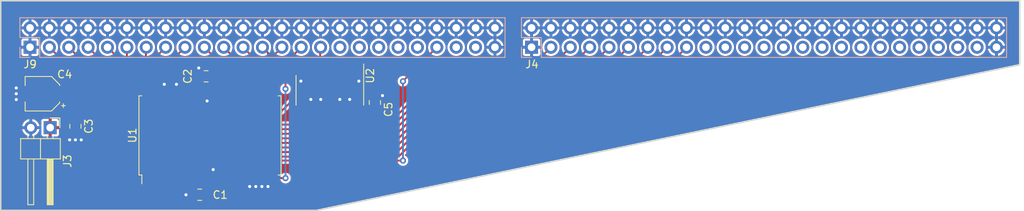
<source format=kicad_pcb>
(kicad_pcb (version 20221018) (generator pcbnew)

  (general
    (thickness 1.6)
  )

  (paper "A4")
  (layers
    (0 "F.Cu" signal)
    (31 "B.Cu" signal)
    (32 "B.Adhes" user "B.Adhesive")
    (33 "F.Adhes" user "F.Adhesive")
    (34 "B.Paste" user)
    (35 "F.Paste" user)
    (36 "B.SilkS" user "B.Silkscreen")
    (37 "F.SilkS" user "F.Silkscreen")
    (38 "B.Mask" user)
    (39 "F.Mask" user)
    (40 "Dwgs.User" user "User.Drawings")
    (41 "Cmts.User" user "User.Comments")
    (42 "Eco1.User" user "User.Eco1")
    (43 "Eco2.User" user "User.Eco2")
    (44 "Edge.Cuts" user)
    (45 "Margin" user)
    (46 "B.CrtYd" user "B.Courtyard")
    (47 "F.CrtYd" user "F.Courtyard")
    (48 "B.Fab" user)
    (49 "F.Fab" user)
    (50 "User.1" user)
    (51 "User.2" user)
    (52 "User.3" user)
    (53 "User.4" user)
    (54 "User.5" user)
    (55 "User.6" user)
    (56 "User.7" user)
    (57 "User.8" user)
    (58 "User.9" user)
  )

  (setup
    (pad_to_mask_clearance 0)
    (pcbplotparams
      (layerselection 0x00010fc_ffffffff)
      (plot_on_all_layers_selection 0x0000000_00000000)
      (disableapertmacros false)
      (usegerberextensions false)
      (usegerberattributes true)
      (usegerberadvancedattributes true)
      (creategerberjobfile true)
      (dashed_line_dash_ratio 12.000000)
      (dashed_line_gap_ratio 3.000000)
      (svgprecision 4)
      (plotframeref false)
      (viasonmask false)
      (mode 1)
      (useauxorigin false)
      (hpglpennumber 1)
      (hpglpenspeed 20)
      (hpglpendiameter 15.000000)
      (dxfpolygonmode true)
      (dxfimperialunits true)
      (dxfusepcbnewfont true)
      (psnegative false)
      (psa4output false)
      (plotreference true)
      (plotvalue true)
      (plotinvisibletext false)
      (sketchpadsonfab false)
      (subtractmaskfromsilk false)
      (outputformat 1)
      (mirror false)
      (drillshape 1)
      (scaleselection 1)
      (outputdirectory "")
    )
  )

  (net 0 "")
  (net 1 "+5V")
  (net 2 "GND")
  (net 3 "/BD0")
  (net 4 "/BD1")
  (net 5 "/BD2")
  (net 6 "/BD3")
  (net 7 "/BD4")
  (net 8 "/BD5")
  (net 9 "/BD6")
  (net 10 "/BD7")
  (net 11 "/~{SEL2}")
  (net 12 "/~{SEL3}")
  (net 13 "/~{SEL4}")
  (net 14 "/~{SEL5}")
  (net 15 "/~{SEL6}")
  (net 16 "/~{SEL7}")
  (net 17 "/~{SEL8}")
  (net 18 "/~{SEL9}")
  (net 19 "/~{SELA}")
  (net 20 "/~{SELB}")
  (net 21 "/~{RESET}")
  (net 22 "/READY")
  (net 23 "/~{NMI}")
  (net 24 "/BA0")
  (net 25 "/BA1")
  (net 26 "unconnected-(U1-DQ8-Pad29)")
  (net 27 "unconnected-(U1-DQ9-Pad30)")
  (net 28 "unconnected-(U1-DQ10-Pad31)")
  (net 29 "unconnected-(U1-DQ11-Pad32)")
  (net 30 "unconnected-(U1-DQ12-Pad35)")
  (net 31 "unconnected-(U1-DQ13-Pad36)")
  (net 32 "unconnected-(U1-DQ14-Pad37)")
  (net 33 "unconnected-(U1-DQ15-Pad38)")
  (net 34 "/BA2")
  (net 35 "/BA3")
  (net 36 "/BA4")
  (net 37 "/BA5")
  (net 38 "/BA6")
  (net 39 "/BA7")
  (net 40 "/BA8")
  (net 41 "/BA9")
  (net 42 "/BA10")
  (net 43 "/BA11")
  (net 44 "/BA12")
  (net 45 "/BA13")
  (net 46 "/BA14")
  (net 47 "/BA15")
  (net 48 "/SYNC")
  (net 49 "/~{IRQ}")
  (net 50 "/CPHI2")
  (net 51 "/BR{slash}W")
  (net 52 "/~{BR{slash}W}")
  (net 53 "unconnected-(U2-Pad3)")
  (net 54 "unconnected-(U2-Pad8)")
  (net 55 "unconnected-(U2-Pad11)")
  (net 56 "unconnected-(J4-Pin_39-Pad39)")
  (net 57 "unconnected-(J9-Pin_39-Pad39)")
  (net 58 "/~{CE}")
  (net 59 "unconnected-(U1-NC-Pad28)")
  (net 60 "unconnected-(J4-Pin_41-Pad41)")
  (net 61 "unconnected-(J9-Pin_47-Pad47)")
  (net 62 "unconnected-(U2-Pad2)")

  (footprint "Package_SO:SOIC-14_3.9x8.7mm_P1.27mm" (layer "F.Cu") (at 122.916 81.681 -90))

  (footprint "Capacitor_SMD:C_0805_2012Metric" (layer "F.Cu") (at 106.688 79.85))

  (footprint "Package_SO:TSOP-II-44_10.16x18.41mm_P0.8mm" (layer "F.Cu") (at 107.196 87.597 90))

  (footprint "Capacitor_SMD:C_0805_2012Metric" (layer "F.Cu") (at 89.554 86.403 90))

  (footprint "Connector_PinHeader_2.54mm:PinHeader_1x02_P2.54mm_Horizontal" (layer "F.Cu") (at 86.241 86.581 -90))

  (footprint "Capacitor_SMD:C_0805_2012Metric" (layer "F.Cu") (at 128.816 83.281 90))

  (footprint "Capacitor_SMD:CP_Elec_4x3.9" (layer "F.Cu") (at 85.225 82.136 180))

  (footprint "Capacitor_SMD:C_0805_2012Metric" (layer "F.Cu") (at 105.85 95.381 180))

  (footprint "Connector_PinSocket_2.54mm:PinSocket_2x25_P2.54mm_Vertical" (layer "B.Cu") (at 83.6 76.04 -90))

  (footprint "Connector_PinSocket_2.54mm:PinSocket_2x25_P2.54mm_Vertical" (layer "B.Cu") (at 149.36 76.04 -90))

  (gr_poly
    (pts
      (xy 79.764 69.944)
      (xy 79.764 97.424)
      (xy 121.166 97.424)
      (xy 213.368 78.326)
      (xy 213.368 69.944)
    )

    (stroke (width 0.2) (type solid)) (fill none) (layer "Edge.Cuts") (tstamp 0dd3ab04-e666-4b66-af39-8505a82aff56))

  (segment (start 107.596 93.1845) (end 107.596 92.101) (width 0.25) (layer "F.Cu") (net 2) (tstamp 07959380-490d-4765-9a05-ef0e1cb91bea))
  (segment (start 112.396 94.296) (end 112.4 94.3) (width 0.25) (layer "F.Cu") (net 2) (tstamp 08807474-e7c1-49a5-9e4e-2508da834623))
  (segment (start 83.425 82.136) (end 82.558 82.136) (width 0.25) (layer "F.Cu") (net 2) (tstamp 0f2cc972-39a3-4de0-9e1f-5b2bdffc8d39))
  (segment (start 88.792 88.181) (end 90.316 88.181) (width 0.25) (layer "F.Cu") (net 2) (tstamp 1d2ff023-e955-4318-b847-7de6639814f2))
  (segment (start 82.558 82.136) (end 81.796 81.374) (width 0.25) (layer "F.Cu") (net 2) (tstamp 20302bab-c613-46ce-a0a0-3183b09d6f39))
  (segment (start 124.186 82.911) (end 124.216 82.881) (width 0.25) (layer "F.Cu") (net 2) (tstamp 29a960df-5589-4216-9900-f0a31336d429))
  (segment (start 119.106 80.471) (end 119.116 80.481) (width 0.25) (layer "F.Cu") (net 2) (tstamp 2ff5594f-6df5-4573-b339-20e17c633283))
  (segment (start 114.796 93.1845) (end 114.796 94.296) (width 0.25) (layer "F.Cu") (net 2) (tstamp 300d12ca-561e-4af3-9893-506c30d6fa73))
  (segment (start 113.196 93.1845) (end 113.196 94.296) (width 0.25) (layer "F.Cu") (net 2) (tstamp 30544b90-3a97-41fa-ae33-814923f48fd7))
  (segment (start 126.726 79.206) (end 126.726 80.471) (width 0.25) (layer "F.Cu") (net 2) (tstamp 33338afd-8349-4bc7-9bca-2c83a8c42102))
  (segment (start 112.396 93.1845) (end 112.396 94.296) (width 0.25) (layer "F.Cu") (net 2) (tstamp 36dd4f9d-3dc1-431c-b278-09680cf23ba0))
  (segment (start 114.796 94.296) (end 114.8 94.3) (width 0.25) (layer "F.Cu") (net 2) (tstamp 37da5288-ae77-4762-b607-1a5cb08f00a1))
  (segment (start 89.554 87.353) (end 89.554 87.419) (width 0.25) (layer "F.Cu") (net 2) (tstamp 420ea832-5f9b-46ba-847b-9b9a6757b09e))
  (segment (start 107.596 92.101) (end 107.616 92.081) (width 0.25) (layer "F.Cu") (net 2) (tstamp 43e35823-321c-40fd-a132-c4763f48c677))
  (segment (start 106.796 83.061) (end 106.816 83.081) (width 0.25) (layer "F.Cu") (net 2) (tstamp 491517ac-266f-4813-94f8-4266031cabd3))
  (segment (start 105.738 78.773) (end 105.7228 78.7578) (width 0.25) (layer "F.Cu") (net 2) (tstamp 5b3ed432-088a-4639-b5de-e63a23b83b21))
  (segment (start 125.456 82.941) (end 125.516 82.881) (width 0.25) (layer "F.Cu") (net 2) (tstamp 748e5317-0bf7-47f3-b8b2-e61107fa5c5b))
  (segment (start 83.425 82.136) (end 81.796 82.136) (width 0.25) (layer "F.Cu") (net 2) (tstamp 7ab2197f-9579-46c9-a97c-0d5abff02e44))
  (segment (start 120.376 82.921) (end 120.416 82.881) (width 0.25) (layer "F.Cu") (net 2) (tstamp 81f7ecad-2cc9-41f0-abb2-2b174a3612a9))
  (segment (start 105.738 79.85) (end 105.738 78.773) (width 0.25) (layer "F.Cu") (net 2) (tstamp 89fbee2a-e974-4a30-bb85-9e4216371d56))
  (segment (start 104.9 95.381) (end 104.05 95.381) (width 0.25) (layer "F.Cu") (net 2) (tstamp 91dc1fcf-d1f2-4030-817c-933dab34b8ac))
  (segment (start 120.376 84.156) (end 120.376 82.921) (width 0.25) (layer "F.Cu") (net 2) (tstamp 9568c8d0-1393-40ba-937f-2e18278ee0f7))
  (segment (start 82.558 82.136) (end 81.796 82.898) (width 0.25) (layer "F.Cu") (net 2) (tstamp 99d16832-ca00-4623-b984-2cadc358333b))
  (segment (start 89.554 87.353) (end 89.554 88.181) (width 0.25) (layer "F.Cu") (net 2) (tstamp 9b33ae04-40fb-4045-a878-4781daf76147))
  (segment (start 89.554 87.419) (end 90.316 88.181) (width 0.25) (layer "F.Cu") (net 2) (tstamp 9b431634-0cbf-4bda-a15a-7d3aaf4f121a))
  (segment (start 113.196 94.296) (end 113.2 94.3) (width 0.25) (layer "F.Cu") (net 2) (tstamp 9ffd6b9f-62f8-41db-abbb-e28e27464339))
  (segment (start 121.646 84.156) (end 121.646 82.951) (width 0.25) (layer "F.Cu") (net 2) (tstamp a2080f11-3583-41b9-a258-597bcfb5cf0d))
  (segment (start 126.726 80.471) (end 126.716 80.481) (width 0.25) (layer "F.Cu") (net 2) (tstamp a859dadb-f785-4e6b-829a-6397d2183e44))
  (segment (start 113.996 94.296) (end 114 94.3) (width 0.25) (layer "F.Cu") (net 2) (tstamp b154d100-b12b-4ff2-a5ef-13289535d0b0))
  (segment (start 125.456 84.156) (end 125.456 82.941) (width 0.25) (layer "F.Cu") (net 2) (tstamp b8ac0e62-2240-4e86-9589-937b1de6d261))
  (segment (start 129.766 82.331) (end 129.816 82.381) (width 0.25) (layer "F.Cu") (net 2) (tstamp c693dcdd-a6ff-4400-bfc5-2cb99b1855ce))
  (segment (start 128.816 82.331) (end 129.766 82.331) (width 0.25) (layer "F.Cu") (net 2) (tstamp c9edef5f-3cf9-4b17-a072-e649fbf8df41))
  (segment (start 101.196 82.0095) (end 101.196 80.904) (width 0.25) (layer "F.Cu") (net 2) (tstamp cedeb06b-0d89-49a9-adb9-61c74f3a6cef))
  (segment (start 89.554 87.419) (end 88.792 88.181) (width 0.25) (layer "F.Cu") (net 2) (tstamp e1facaa8-61ba-4d38-b5ce-e58140785032))
  (segment (start 102.796 82.0095) (end 102.796 80.904) (width 0.25) (layer "F.Cu") (net 2) (tstamp e5ccef87-887a-4b5f-85e8-c91e4189455e))
  (segment (start 102.796 80.904) (end 102.8 80.9) (width 0.25) (layer "F.Cu") (net 2) (tstamp e9fa6882-e9ea-4138-a379-ac69489c90cc))
  (segment (start 121.646 82.951) (end 121.716 82.881) (width 0.25) (layer "F.Cu") (net 2) (tstamp f2921382-567b-4891-b547-0c5da97f9b6a))
  (segment (start 101.196 80.904) (end 101.2 80.9) (width 0.25) (layer "F.Cu") (net 2) (tstamp f7ab5a3f-6be4-4806-a93f-3356db4205db))
  (segment (start 106.796 82.0095) (end 106.796 83.061) (width 0.25) (layer "F.Cu") (net 2) (tstamp f9c3b62e-bb0b-4a09-ab5e-ecccd11b8284))
  (segment (start 124.186 84.156) (end 124.186 82.911) (width 0.25) (layer "F.Cu") (net 2) (tstamp fa1fdcff-3d59-40bc-8ce5-61dd4fa38791))
  (segment (start 119.106 79.206) (end 119.106 80.471) (width 0.25) (layer "F.Cu") (net 2) (tstamp fd1a3163-4363-413a-b41e-7d1f7b0a0151))
  (segment (start 113.996 93.1845) (end 113.996 94.296) (width 0.25) (layer "F.Cu") (net 2) (tstamp fd2846ee-2994-4ede-abc5-a03c8544ddb2))
  (via (at 121.716 82.881) (size 0.8) (drill 0.4) (layers "F.Cu" "B.Cu") (net 2) (tstamp 05bf502a-2cdb-4351-b88d-aac75c825689))
  (via (at 125.516 82.881) (size 0.8) (drill 0.4) (layers "F.Cu" "B.Cu") (net 2) (tstamp 068804e1-54e3-4eee-a5b3-917651701cea))
  (via (at 106.816 83.081) (size 0.8) (drill 0.4) (layers "F.Cu" "B.Cu") (net 2) (tstamp 092afaa8-c5c9-43af-a0f1-acbf8f46f1e1))
  (via (at 81.796 81.374) (size 0.8) (drill 0.4) (layers "F.Cu" "B.Cu") (net 2) (tstamp 1a382404-53c7-4305-8f8b-81ecb729e541))
  (via (at 119.116 80.481) (size 0.8) (drill 0.4) (layers "F.Cu" "B.Cu") (net 2) (tstamp 20e26e00-8e80-4e3f-8bee-8e2a1ec9ab84))
  (via (at 102.8 80.9) (size 0.8) (drill 0.4) (layers "F.Cu" "B.Cu") (net 2) (tstamp 33b446b6-9a7c-44db-85f8-ca1bd118e005))
  (via (at 104.05 95.381) (size 0.8) (drill 0.4) (layers "F.Cu" "B.Cu") (net 2) (tstamp 36b35d94-1dd0-4bbe-90e8-d7fdbbe476e0))
  (via (at 90.316 88.181) (size 0.8) (drill 0.4) (layers "F.Cu" "B.Cu") (net 2) (tstamp 4ea26e58-3517-43c5-b587-6dd6640d420f))
  (via (at 120.416 82.881) (size 0.8) (drill 0.4) (layers "F.Cu" "B.Cu") (net 2) (tstamp 6ba3d67c-fbcc-4fb0-b8f8-f861bb1a1080))
  (via (at 114 94.3) (size 0.8) (drill 0.4) (layers "F.Cu" "B.Cu") (net 2) (tstamp 701c2e3f-5982-4776-bd48-1e88e3aa0fba))
  (via (at 126.716 80.481) (size 0.8) (drill 0.4) (layers "F.Cu" "B.Cu") (net 2) (tstamp 74745b62-1e38-4475-9b4d-501035b38733))
  (via (at 129.816 82.381) (size 0.8) (drill 0.4) (layers "F.Cu" "B.Cu") (net 2) (tstamp 7bf39abf-02b0-448a-b9a1-cd3a31faee15))
  (via (at 113.2 94.3) (size 0.8) (drill 0.4) (layers "F.Cu" "B.Cu") (net 2) (tstamp 9774e372-26ea-4de6-bdb3-1eede4602a36))
  (via (at 81.796 82.136) (size 0.8) (drill 0.4) (layers "F.Cu" "B.Cu") (net 2) (tstamp a1706724-2de2-4a60-b895-c53266bc3c4e))
  (via (at 81.796 82.898) (size 0.8) (drill 0.4) (layers "F.Cu" "B.Cu") (net 2) (tstamp a1c5bbc3-8d2d-4a8a-9709-adb1e68f75f5))
  (via (at 114.8 94.3) (size 0.8) (drill 0.4) (layers "F.Cu" "B.Cu") (net 2) (tstamp a9203227-6232-4df6-abc2-a159a6dcc595))
  (via (at 88.792 88.181) (size 0.8) (drill 0.4) (layers "F.Cu" "B.Cu") (net 2) (tstamp b75c2de2-a450-436d-8d11-b852026deab9))
  (via (at 107.616 92.081) (size 0.8) (drill 0.4) (layers "F.Cu" "B.Cu") (net 2) (tstamp c318be4b-6d71-4032-83c7-dcf990ed960e))
  (via (at 124.216 82.881) (size 0.8) (drill 0.4) (layers "F.Cu" "B.Cu") (net 2) (tstamp cc9453da-b267-40b4-a368-c621e5521123))
  (via (at 89.554 88.181) (size 0.8) (drill 0.4) (layers "F.Cu" "B.Cu") (net 2) (tstamp e9b7d4d1-bd9c-468d-ac29-091e31058342))
  (via (at 112.4 94.3) (size 0.8) (drill 0.4) (layers "F.Cu" "B.Cu") (net 2) (tstamp edd92d93-a8ff-4c2f-bec4-673ffa7baaf0))
  (via (at 105.7228 78.7578) (size 0.8) (drill 0.4) (layers "F.Cu" "B.Cu") (net 2) (tstamp efa4ce6e-6701-479c-a243-960bd52bf53b))
  (via (at 101.2 80.9) (size 0.8) (drill 0.4) (layers "F.Cu" "B.Cu") (net 2) (tstamp f1b355b1-8817-4340-b179-f2fac8f93657))
  (segment (start 130.519 86.181) (end 137.13 79.57) (width 0.25) (layer "F.Cu") (net 3) (tstamp 0b0fa899-552d-4942-8315-b9706cf3a821))
  (segment (start 103.596 93.1845) (end 103.596 92.201) (width 0.25) (layer "F.Cu") (net 3) (tstamp 3d6a8dd4-bd24-4610-96a3-05b6d5534f6b))
  (segment (start 148.37 79.57) (end 151.9 76.04) (width 0.25) (layer "F.Cu") (net 3) (tstamp 8892eb4a-ef85-4f8e-a661-3dddec3bd36b))
  (segment (start 137.13 79.57) (end 148.37 79.57) (width 0.25) (layer "F.Cu") (net 3) (tstamp be04299e-b65a-44fa-98a4-dd9928748804))
  (segment (start 103.596 92.201) (end 109.616 86.181) (width 0.25) (layer "F.Cu") (net 3) (tstamp de641772-5a1c-4e36-9db1-bdf58915c053))
  (segment (start 109.616 86.181) (end 130.519 86.181) (width 0.25) (layer "F.Cu") (net 3) (tstamp fb311a1f-3fcb-4de1-a8ed-6d52795b2fde))
  (segment (start 150.34 80.14) (end 154.44 76.04) (width 0.25) (layer "F.Cu") (net 4) (tstamp 00fc5c42-9154-46af-a5c1-1c9889e8e25c))
  (segment (start 130.719 86.781) (end 137.36 80.14) (width 0.25) (layer "F.Cu") (net 4) (tstamp 2dfe4c0f-2e65-4f0d-aebb-7732674b3044))
  (segment (start 104.396 92.301) (end 109.916 86.781) (width 0.25) (layer "F.Cu") (net 4) (tstamp 96a11b90-c74a-4cf2-84a5-ef7b07f141bd))
  (segment (start 104.396 93.1845) (end 104.396 92.301) (width 0.25) (layer "F.Cu") (net 4) (tstamp a3f5f9f3-971f-4e07-bc55-1d0140a3327f))
  (segment (start 109.916 86.781) (end 130.719 86.781) (width 0.25) (layer "F.Cu") (net 4) (tstamp f4779586-f387-4709-9c83-c26512829f06))
  (segment (start 137.36 80.14) (end 150.34 80.14) (width 0.25) (layer "F.Cu") (net 4) (tstamp ff047ef4-00d1-4492-b199-70e51cf6156a))
  (segment (start 152.31 80.71) (end 156.98 76.04) (width 0.25) (layer "F.Cu") (net 5) (tstamp 1831ac61-711b-47aa-8d5f-50bed517adfd))
  (segment (start 105.196 93.1845) (end 105.196 92.301) (width 0.25) (layer "F.Cu") (net 5) (tstamp 6ca47237-a652-46ae-b059-8353e41da602))
  (segment (start 130.919 87.381) (end 137.59 80.71) (width 0.25) (layer "F.Cu") (net 5) (tstamp 716813bf-23ec-477c-936e-332e735e4f5c))
  (segment (start 137.59 80.71) (end 152.31 80.71) (width 0.25) (layer "F.Cu") (net 5) (tstamp 777a63ce-2f3b-443f-b3a1-ee5cccf9b096))
  (segment (start 110.116 87.381) (end 130.919 87.381) (width 0.25) (layer "F.Cu") (net 5) (tstamp c55f7ab7-a7ec-41f0-b0bb-0e71ce691378))
  (segment (start 105.196 92.301) (end 110.116 87.381) (width 0.25) (layer "F.Cu") (net 5) (tstamp debb14ce-5b30-4f21-a48f-c7c1a10d0f27))
  (segment (start 105.996 92.301) (end 110.316 87.981) (width 0.25) (layer "F.Cu") (net 6) (tstamp 3dd06e9d-94f3-467a-87db-a735affea5a1))
  (segment (start 137.82 81.28) (end 154.28 81.28) (width 0.25) (layer "F.Cu") (net 6) (tstamp 41c03eed-a0e3-46a5-8798-9a46e105a7c9))
  (segment (start 131.119 87.981) (end 137.82 81.28) (width 0.25) (layer "F.Cu") (net 6) (tstamp 486fea8d-f871-4f8d-b962-b2ee695a820d))
  (segment (start 110.316 87.981) (end 131.119 87.981) (width 0.25) (layer "F.Cu") (net 6) (tstamp ddcd724b-d9ea-41c2-a9cb-5131f55921dd))
  (segment (start 154.28 81.28) (end 159.52 76.04) (width 0.25) (layer "F.Cu") (net 6) (tstamp f256fe2a-df4a-45d5-baa6-09950e48545b))
  (segment (start 105.996 93.1845) (end 105.996 92.301) (width 0.25) (layer "F.Cu") (net 6) (tstamp f8710b77-ad27-4818-9c1d-0fb8d444e9ef))
  (segment (start 112.116 88.581) (end 131.319 88.581) (width 0.25) (layer "F.Cu") (net 7) (tstamp 1322d8bd-8755-4a86-931b-3ba6fc2ea006))
  (segment (start 108.396 93.1845) (end 108.396 92.301) (width 0.25) (layer "F.Cu") (net 7) (tstamp 32ba48e8-8998-47b8-ae31-bc7808c4fb39))
  (segment (start 156.25 81.85) (end 162.06 76.04) (width 0.25) (layer "F.Cu") (net 7) (tstamp 5b54ca1a-6294-42b3-84c1-1e6927d5779d))
  (segment (start 138.05 81.85) (end 156.25 81.85) (width 0.25) (layer "F.Cu") (net 7) (tstamp 7b48db21-e9d8-4530-b3a6-b1b1c982a727))
  (segment (start 108.396 92.301) (end 112.116 88.581) (width 0.25) (layer "F.Cu") (net 7) (tstamp 7be557da-cc4d-4b7c-b1cc-05cd260654fd))
  (segment (start 131.319 88.581) (end 138.05 81.85) (width 0.25) (layer "F.Cu") (net 7) (tstamp a5ad80ca-bdce-4b2b-b8df-8093533cae70))
  (segment (start 112.316 89.181) (end 131.519 89.181) (width 0.25) (layer "F.Cu") (net 8) (tstamp 0821a9e0-88da-4847-92b3-20ec48e9bd43))
  (segment (start 131.519 89.181) (end 138.28 82.42) (width 0.25) (layer "F.Cu") (net 8) (tstamp 1475a68b-a42e-4ad1-87b3-6f0327f91d19))
  (segment (start 158.22 82.42) (end 164.6 76.04) (width 0.25) (layer "F.Cu") (net 8) (tstamp 2ac2f5a1-7352-4372-b750-62428e67d914))
  (segment (start 109.196 92.301) (end 112.316 89.181) (width 0.25) (layer "F.Cu") (net 8) (tstamp 9a9e3e46-36bf-42bc-8ad5-c8ef0865b384))
  (segment (start 138.28 82.42) (end 158.22 82.42) (width 0.25) (layer "F.Cu") (net 8) (tstamp b6da5d7f-bde6-41ff-8fc6-c8cb877db8c4))
  (segment (start 109.196 93.1845) (end 109.196 92.301) (width 0.25) (layer "F.Cu") (net 8) (tstamp c10e3e0b-7ea7-46d0-9c07-305025a56c85))
  (segment (start 109.996 93.1845) (end 109.996 92.301) (width 0.25) (layer "F.Cu") (net 9) (tstamp 0b3c807b-bb80-44cc-a176-47af1002e37e))
  (segment (start 160.19 82.99) (end 167.14 76.04) (width 0.25) (layer "F.Cu") (net 9) (tstamp 49fe347d-c47e-483a-b075-28737c4c4641))
  (segment (start 138.51 82.99) (end 160.19 82.99) (width 0.25) (layer "F.Cu") (net 9) (tstamp 513634e4-e987-4a9e-96d7-af306ee950d1))
  (segment (start 112.516 89.781) (end 131.719 89.781) (width 0.25) (layer "F.Cu") (net 9) (tstamp a0b2dc55-c48d-4f05-9c04-6f8a0556b628))
  (segment (start 131.719 89.781) (end 138.51 82.99) (width 0.25) (layer "F.Cu") (net 9) (tstamp d0d21bcc-193d-4aac-b826-3ce641d9cf67))
  (segment (start 109.996 92.301) (end 112.516 89.781) (width 0.25) (layer "F.Cu") (net 9) (tstamp d9463191-09b6-4448-a8a0-c7e5d01e3aed))
  (segment (start 138.74 83.56) (end 162.16 83.56) (width 0.25) (layer "F.Cu") (net 10) (tstamp 10d08d97-7fbe-4e30-a811-4cfb8313a4ea))
  (segment (start 110.796 92.301) (end 112.716 90.381) (width 0.25) (layer "F.Cu") (net 10) (tstamp 16976f6c-8db7-4c5a-a76f-1623f51e0314))
  (segment (start 131.919 90.381) (end 138.74 83.56) (width 0.25) (layer "F.Cu") (net 10) (tstamp 1edab49f-5b88-409a-ba4b-4142b09e2867))
  (segment (start 162.16 83.56) (end 169.68 76.04) (width 0.25) (layer "F.Cu") (net 10) (tstamp 6b8de061-b08d-42bc-9c1b-b59b59ee22c6))
  (segment (start 112.716 90.381) (end 131.919 90.381) (width 0.25) (layer "F.Cu") (net 10) (tstamp a84cdfdd-d71b-4769-84a6-1acb3eeceb01))
  (segment (start 110.796 93.1845) (end 110.796 92.301) (width 0.25) (layer "F.Cu") (net 10) (tstamp e6e570c3-d441-4791-a1f5-e43fc2c5c01e))
  (segment (start 94 83.9) (end 86.14 76.04) (width 0.25) (layer "F.Cu") (net 24) (tstamp 2158f3aa-6b59-4bbd-bd81-a2f4ca15d7af))
  (segment (start 99.9 96) (end 97.4 96) (width 0.25) (layer "F.Cu") (net 24) (tstamp 93b542e5-b540-417a-81b8-38483b5b5c02))
  (segment (start 101.996 93.904) (end 99.9 96) (width 0.25) (layer "F.Cu") (net 24) (tstamp a14c1f3d-82ec-4bf2-a804-520dcdf56ded))
  (segment (start 101.996 93.1845) (end 101.996 93.904) (width 0.25) (layer "F.Cu") (net 24) (tstamp bd392822-0bb3-4054-a39e-3364d9b5c783))
  (segment (start 97.4 96) (end 94 92.6) (width 0.25) (layer "F.Cu") (net 24) (tstamp ee3f8cce-09f3-4620-8d8f-5f3304f26f88))
  (segment (start 94 92.6) (end 94 83.9) (width 0.25) (layer "F.Cu") (net 24) (tstamp f8de9e23-b9db-4844-9c77-d4d2e41c03d5))
  (segment (start 94.5 92.4) (end 94.5 81.86) (width 0.25) (layer "F.Cu") (net 25) (tstamp 937ed2d5-94b3-46f9-a49e-50859c5b6fd0))
  (segment (start 99.7 95.5) (end 97.6 95.5) (width 0.25) (layer "F.Cu") (net 25) (tstamp 9d27d0a1-0cf9-4258-8aa3-c3edf3884432))
  (segment (start 94.5 81.86) (end 88.68 76.04) (width 0.25) (layer "F.Cu") (net 25) (tstamp b86101ad-553e-4caf-88bf-7d5536783fff))
  (segment (start 101.196 94.004) (end 99.7 95.5) (width 0.25) (layer "F.Cu") (net 25) (tstamp bb43f4d9-b98a-4c5f-b99c-49fa12ea6192))
  (segment (start 101.196 93.1845) (end 101.196 94.004) (width 0.25) (layer "F.Cu") (net 25) (tstamp f168a2a8-1b89-4ada-addc-1cc429e76dd8))
  (segment (start 97.6 95.5) (end 94.5 92.4) (width 0.25) (layer "F.Cu") (net 25) (tstamp f4523f27-55b7-43f3-b57d-e2a4dd29aa91))
  (segment (start 97.9 95) (end 95.1 92.2) (width 0.25) (layer "F.Cu") (net 34) (tstamp 2096405e-faf5-47f3-af2d-905c620c2406))
  (segment (start 100.396 94.104) (end 99.5 95) (width 0.25) (layer "F.Cu") (net 34) (tstamp 395000c7-887a-4874-865f-1bd861bd4f91))
  (segment (start 100.396 93.1845) (end 100.396 94.104) (width 0.25) (layer "F.Cu") (net 34) (tstamp 40c9daf0-f921-4faa-9e7b-a178736c1408))
  (segment (start 99.5 95) (end 97.9 95) (width 0.25) (layer "F.Cu") (net 34) (tstamp 45d835cd-c2d8-4fe6-9e89-fab563983713))
  (segment (start 95.1 79.92) (end 91.22 76.04) (width 0.25) (layer "F.Cu") (net 34) (tstamp 55dc35e0-c452-42a3-97ac-f63ed1a7a2ef))
  (segment (start 95.1 92.2) (end 95.1 79.92) (width 0.25) (layer "F.Cu") (net 34) (tstamp f4978517-aecb-4892-b5b6-87115f24498a))
  (segment (start 95.7 92) (end 95.7 77.98) (width 0.25) (layer "F.Cu") (net 35) (tstamp 33f16896-c8ce-423b-996d-c3e76cba8150))
  (segment (start 99.596 94.104) (end 99.2 94.5) (width 0.25) (layer "F.Cu") (net 35) (tstamp 4b7c3cae-c07d-4a6d-9dc2-3cddb0d965d2))
  (segment (start 95.7 77.98) (end 93.76 76.04) (width 0.25) (layer "F.Cu") (net 35) (tstamp 572742ca-8bd6-488c-b1c5-ec719b45bdba))
  (segment (start 99.2 94.5) (end 98.2 94.5) (width 0.25) (layer "F.Cu") (net 35) (tstamp 6c88890f-8b40-4641-b5c3-ba76d54f2013))
  (segment (start 99.596 93.1845) (end 99.596 94.104) (width 0.25) (layer "F.Cu") (net 35) (tstamp b9568e92-6878-4611-be3a-eac6de761b11))
  (segment (start 98.2 94.5) (end 95.7 92) (width 0.25) (layer "F.Cu") (net 35) (tstamp f65ea9c8-3da4-4e37-a8c9-40c8d08bae66))
  (segment (start 96.3 91.7886) (end 97.6959 93.1845) (width 0.25) (layer "F.Cu") (net 36) (tstamp 0216bb6a-0385-479a-9a7a-50282f1cb172))
  (segment (start 97.6959 93.1845) (end 98.796 93.1845) (width 0.25) (layer "F.Cu") (net 36) (tstamp 3df4ffa7-b5a5-4772-bbe7-51d788f0acfe))
  (segment (start 96.3 76.04) (end 96.3 91.7886) (width 0.25) (layer "F.Cu") (net 36) (tstamp 5282b8c2-a763-4e81-a3e0-6fca4685a9e7))
  (segment (start 98.796 76.084) (end 98.84 76.04) (width 0.25) (layer "F.Cu") (net 37) (tstamp 53207e12-9343-49f4-930b-bb2b7df12dbb))
  (segment (start 98.796 82.0095) (end 98.796 76.084) (width 0.25) (layer "F.Cu") (net 37) (tstamp 7f75cb6d-44f0-442e-a3ae-2376b716be5a))
  (segment (start 99.596 77.824) (end 101.38 76.04) (width 0.25) (layer "F.Cu") (net 38) (tstamp 649a7ece-5375-4ecc-9f78-ea0716104b11))
  (segment (start 99.596 82.0095) (end 99.596 77.824) (width 0.25) (layer "F.Cu") (net 38) (tstamp c12c0dcf-e965-4551-a44b-0ed562e9530c))
  (segment (start 100.396 82.0095) (end 100.396 79.564) (width 0.25) (layer "F.Cu") (net 39) (tstamp 26b9adec-8108-4e7c-b07e-791182c70f29))
  (segment (start 100.396 79.564) (end 103.92 76.04) (width 0.25) (layer "F.Cu") (net 39) (tstamp 88cd78fa-9fa7-4ccc-967f-9ed1040f407b))
  (segment (start 107.9075 77.4875) (end 106.46 76.04) (width 0.25) (layer "F.Cu") (net 40) (tstamp 73276e4f-527c-4faf-8611-65907a9efd4a))
  (segment (start 112.396 82.0095) (end 112.396 80.986) (width 0.25) (layer "F.Cu") (net 40) (tstamp 8b5c0527-1242-4ada-9981-6247682b07d2))
  (segment (start 112.396 80.986) (end 108.8975 77.4875) (width 0.25) (layer "F.Cu") (net 40) (tstamp 8efed8c9-724a-4f57-8f4a-2741ab69b535))
  (segment (start 108.8975 77.4875) (end 107.9075 77.4875) (width 0.25) (layer "F.Cu") (net 40) (tstamp a050e418-0c91-47c6-8b9d-e56fa75c94cc))
  (segment (start 113.196 82.0095) (end 113.196 80.236) (width 0.25) (layer "F.Cu") (net 41) (tstamp d67f705f-f534-482d-8580-135a0d98e5d0))
  (segment (start 113.196 80.236) (end 109 76.04) (width 0.25) (layer "F.Cu") (net 41) (tstamp fca5fcec-f030-47e9-a5ec-46f8ff01d8d9))
  (segment (start 113.996 78.496) (end 111.54 76.04) (width 0.25) (layer "F.Cu") (net 42) (tstamp 07ba3c6b-bec3-4a5b-a612-267df0f6d1f9))
  (segment (start 113.996 82.0095) (end 113.996 78.496) (width 0.25) (layer "F.Cu") (net 42) (tstamp d2062e01-7fa1-4911-8717-c1e7d8aa3758))
  (segment (start 114.796 82.0095) (end 114.796 76.756) (width 0.25) (layer "F.Cu") (net 43) (tstamp 472eb010-a0e0-48ae-8aac-83805967bd7e))
  (segment (start 114.796 76.756) (end 114.08 76.04) (width 0.25) (layer "F.Cu") (net 43) (tstamp b8ef2ac9-29fe-44e8-8d0d-ce41caaf5fe6))
  (segment (start 115.596 77.064) (end 116.62 76.04) (width 0.25) (layer "F.Cu") (net 44) (tstamp 28347a68-1185-4082-a09c-43244a2c6f56))
  (segment (start 115.596 82.0095) (end 115.596 77.064) (width 0.25) (layer "F.Cu") (net 44) (tstamp 9a172182-6cd8-4460-b12f-c554c984db6f))
  (segment (start 115.6115 93.2) (end 117.1 93.2) (width 0.25) (layer "F.Cu") (net 45) (tstamp 10dd8dcb-5837-47cb-a6d0-b5d867e437c2))
  (segment (start 117.1 78.1) (end 119.16 76.04) (width 0.25) (layer "F.Cu") (net 45) (tstamp 11307310-66d6-4f9a-9d27-ad629012b7bf))
  (segment (start 117.1 81.5) (end 117.1 78.1) (width 0.25) (layer "F.Cu") (net 45) (tstamp 44c1a3a2-4d55-413c-a4ae-0ac7eb02774e))
  (segment (start 115.596 93.1845) (end 115.6115 93.2) (width 0.25) (layer "F.Cu") (net 45) (tstamp a551bddd-9b38-403a-9678-8f4e911551ae))
  (via (at 117.1 81.5) (size 0.8) (drill 0.4) (layers "F.Cu" "B.Cu") (net 45) (tstamp 4ec8c8db-c0cb-4594-8768-fb1b58b57596))
  (via (at 117.1 93.2) (size 0.8) (drill 0.4) (layers "F.Cu" "B.Cu") (net 45) (tstamp c45010ca-3029-4917-a66a-987f01d8bda0))
  (segment (start 117.1 93.2) (end 117.1 81.5) (width 0.25) (layer "B.Cu") (net 45) (tstamp 203021aa-baa3-4e25-9fac-c1cce3a91585))
  (segment (start 121.646 79.206) (end 121.646 76.094) (width 0.25) (layer "F.Cu") (net 46) (tstamp 511c6955-04ed-4b36-b33b-5186801f2e77))
  (segment (start 121.646 76.094) (end 121.7 76.04) (width 0.25) (layer "F.Cu") (net 46) (tstamp e35b22d3-4413-4b3e-8380-3ff4d7654e0b))
  (segment (start 121.646 79.206) (end 122.916 79.206) (width 0.25) (layer "F.Cu") (net 46) (tstamp ffe54e81-30d0-462b-81eb-be76c87f438b))
  (segment (start 111.596 93.1845) (end 111.596 92.304) (width 0.25) (layer "F.Cu") (net 51) (tstamp 26e42cd9-a700-499d-aeaa-2d13e1e3448d))
  (segment (start 111.596 92.304) (end 113 90.9) (width 0.25) (layer "F.Cu") (net 51) (tstamp 728cafce-876d-4e3b-834c-263997ca1d4f))
  (segment (start 132.5 80.48) (end 132.5 80.5) (width 0.25) (layer "F.Cu") (net 51) (tstamp b0aeecfa-1cc1-42d0-ad6f-1ff4164ccc66))
  (segment (start 136.94 76.04) (end 132.5 80.48) (width 0.25) (layer "F.Cu") (net 51) (tstamp d64ec4ac-5b47-4418-9732-a4e2ffed0872))
  (segment (start 113 90.9) (end 132.5 90.9) (width 0.25) (layer "F.Cu") (net 51) (tstamp defd443c-3eb2-4f06-9217-93342518dc16))
  (via (at 132.5 90.9) (size 0.8) (drill 0.4) (layers "F.Cu" "B.Cu") (net 51) (tstamp 90eb3841-8156-48da-862e-d6456645aa48))
  (via (at 132.5 80.5) (size 0.8) (drill 0.4) (layers "F.Cu" "B.Cu") (net 51) (tstamp b2cf2951-926c-4460-bc60-a440f6bbaa33))
  (segment (start 132.5 90.9) (end 132.5 80.5) (width 0.25) (layer "B.Cu") (net 51) (tstamp c8eede8c-7dbd-4326-bbdd-c02fb339b3b9))
  (segment (start 109.416 85.581) (end 115.416 85.581) (width 0.25) (layer "F.Cu") (net 58) (tstamp 11ba2d30-db5e-4ebc-9b2e-86e415c434d6))
  (segment (start 102.796 92.201) (end 109.416 85.581) (width 0.25) (layer "F.Cu") (net 58) (tstamp 31223a1a-3925-406d-bde2-a350338b497e))
  (segment (start 120.376 80.621) (end 115.416 85.581) (width 0.25) (layer "F.Cu") (net 58) (tstamp 3bce2cd7-33e3-4ff1-a684-ead59b7fde99))
  (segment (start 102.796 93.1845) (end 102.796 92.201) (width 0.25) (layer "F.Cu") (net 58) (tstamp 994c2dae-fb10-40d1-a1b0-0f536a15f0a0))
  (segment (start 120.376 79.206) (end 120.376 80.621) (width 0.25) (layer "F.Cu") (net 58) (tstamp acd22f20-9cf9-46af-9238-0e49d730100b))

  (zone (net 1) (net_name "+5V") (layer "F.Cu") (tstamp 28ff3e11-f060-4459-a227-48c70b8cedca) (hatch edge 0.5)
    (connect_pads (clearance 0.3))
    (min_thickness 0.2) (filled_areas_thickness no)
    (fill yes (thermal_gap 0.4) (thermal_bridge_width 0.4))
    (polygon
      (pts
        (xy 79.764 97.424)
        (xy 213.368 97.424)
        (xy 213.368 69.944)
        (xy 79.764 69.944)
      )
    )
    (filled_polygon
      (layer "F.Cu")
      (pts
        (xy 213.326691 69.963407)
        (xy 213.362655 70.012907)
        (xy 213.3675 70.0435)
        (xy 213.367499 78.244996)
        (xy 213.348592 78.303187)
        (xy 213.299092 78.339151)
        (xy 213.288579 78.341938)
        (xy 121.175883 97.421442)
        (xy 121.155803 97.4235)
        (xy 79.8635 97.4235)
        (xy 79.805309 97.404593)
        (xy 79.769345 97.355093)
        (xy 79.7645 97.3245)
        (xy 79.7645 88.181)
        (xy 88.086355 88.181)
        (xy 88.10686 88.349872)
        (xy 88.167182 88.50893)
        (xy 88.263817 88.648929)
        (xy 88.391148 88.761734)
        (xy 88.541775 88.84079)
        (xy 88.706944 88.8815)
        (xy 88.706947 88.8815)
        (xy 88.877053 88.8815)
        (xy 88.877056 88.8815)
        (xy 89.042225 88.84079)
        (xy 89.126992 88.796299)
        (xy 89.187304 88.785999)
        (xy 89.219006 88.796299)
        (xy 89.303775 88.84079)
        (xy 89.468944 88.8815)
        (xy 89.468947 88.8815)
        (xy 89.639053 88.8815)
        (xy 89.639056 88.8815)
        (xy 89.804225 88.84079)
        (xy 89.888989 88.796301)
        (xy 89.949302 88.785999)
        (xy 89.981006 88.796299)
        (xy 90.065775 88.84079)
        (xy 90.230944 88.8815)
        (xy 90.230947 88.8815)
        (xy 90.401053 88.8815)
        (xy 90.401056 88.8815)
        (xy 90.566225 88.84079)
        (xy 90.716852 88.761734)
        (xy 90.844183 88.648929)
        (xy 90.940818 88.50893)
        (xy 91.00114 88.349872)
        (xy 91.021645 88.181)
        (xy 91.00114 88.012128)
        (xy 90.940818 87.85307)
        (xy 90.844183 87.713071)
        (xy 90.820761 87.692321)
        (xy 90.716852 87.600265)
        (xy 90.632491 87.555988)
        (xy 90.589753 87.512204)
        (xy 90.5795 87.468329)
        (xy 90.5795 87.059899)
        (xy 90.579499 87.059893)
        (xy 90.568877 86.971436)
        (xy 90.513361 86.830658)
        (xy 90.421922 86.710078)
        (xy 90.301342 86.618639)
        (xy 90.301341 86.618638)
        (xy 90.301339 86.618637)
        (xy 90.160565 86.563123)
        (xy 90.072106 86.5525)
        (xy 90.072102 86.5525)
        (xy 89.035898 86.5525)
        (xy 89.035893 86.5525)
        (xy 88.947434 86.563123)
        (xy 88.80666 86.618637)
        (xy 88.806656 86.61864)
        (xy 88.686081 86.710075)
        (xy 88.686075 86.710081)
        (xy 88.59464 86.830656)
        (xy 88.594637 86.83066)
        (xy 88.539123 86.971434)
        (xy 88.5285 87.059893)
        (xy 88.5285 87.468329)
        (xy 88.509593 87.52652)
        (xy 88.475509 87.555988)
        (xy 88.391147 87.600265)
        (xy 88.263818 87.713069)
        (xy 88.263816 87.713072)
        (xy 88.192655 87.816166)
        (xy 88.167182 87.85307)
        (xy 88.10686 88.012128)
        (xy 88.086355 88.181)
        (xy 79.7645 88.181)
        (xy 79.7645 86.580999)
        (xy 82.545571 86.580999)
        (xy 82.565244 86.793311)
        (xy 82.575871 86.83066)
        (xy 82.623595 86.998389)
        (xy 82.718634 87.189255)
        (xy 82.847128 87.359407)
        (xy 82.847135 87.359413)
        (xy 83.004692 87.503047)
        (xy 83.004699 87.503053)
        (xy 83.108389 87.567255)
        (xy 83.185981 87.615298)
        (xy 83.384802 87.692321)
        (xy 83.59439 87.7315)
        (xy 83.80761 87.7315)
        (xy 84.017198 87.692321)
        (xy 84.216019 87.615298)
        (xy 84.397302 87.503052)
        (xy 84.554872 87.359407)
        (xy 84.683366 87.189255)
        (xy 84.778405 86.998389)
        (xy 84.796781 86.933804)
        (xy 84.830889 86.883013)
        (xy 84.888341 86.861968)
        (xy 84.947191 86.878711)
        (xy 84.98496 86.926848)
        (xy 84.991 86.9609)
        (xy 84.991 87.462483)
        (xy 84.991001 87.462485)
        (xy 85.005833 87.556141)
        (xy 85.005836 87.556151)
        (xy 85.063358 87.669043)
        (xy 85.152956 87.758641)
        (xy 85.265848 87.816163)
        (xy 85.265852 87.816164)
        (xy 85.359515 87.830999)
        (xy 86.040998 87.830999)
        (xy 86.041 87.830998)
        (xy 86.041 87.171638)
        (xy 86.059907 87.113447)
        (xy 86.109407 87.077483)
        (xy 86.154089 87.073646)
        (xy 86.172878 87.076347)
        (xy 86.205234 87.081)
        (xy 86.205237 87.081)
        (xy 86.276766 87.081)
        (xy 86.309121 87.076347)
        (xy 86.327909 87.073646)
        (xy 86.388199 87.084078)
        (xy 86.430842 87.127956)
        (xy 86.441 87.171638)
        (xy 86.441 87.830998)
        (xy 86.441001 87.830999)
        (xy 87.122483 87.830999)
        (xy 87.122485 87.830998)
        (xy 87.216141 87.816166)
        (xy 87.216151 87.816163)
        (xy 87.329043 87.758641)
        (xy 87.418641 87.669043)
        (xy 87.476163 87.556151)
        (xy 87.476164 87.556147)
        (xy 87.491 87.462484)
        (xy 87.491 86.781001)
        (xy 87.490999 86.781)
        (xy 86.835632 86.781)
        (xy 86.777441 86.762093)
        (xy 86.741477 86.712593)
        (xy 86.740727 86.660005)
        (xy 86.739992 86.6599)
        (xy 86.740659 86.655257)
        (xy 86.740643 86.654107)
        (xy 86.740999 86.652894)
        (xy 86.741 86.652888)
        (xy 86.741 86.509111)
        (xy 86.740999 86.509105)
        (xy 86.740643 86.507893)
        (xy 86.740673 86.506838)
        (xy 86.739992 86.5021)
        (xy 86.740811 86.501982)
        (xy 86.742389 86.446733)
        (xy 86.779751 86.398279)
        (xy 86.835632 86.381)
        (xy 87.490998 86.381)
        (xy 87.490999 86.380999)
        (xy 87.490999 85.768638)
        (xy 88.429 85.768638)
        (xy 88.431899 85.805489)
        (xy 88.477719 85.9632)
        (xy 88.477719 85.963201)
        (xy 88.561314 86.104552)
        (xy 88.677447 86.220685)
        (xy 88.818799 86.30428)
        (xy 88.97651 86.3501)
        (xy 89.013362 86.353)
        (xy 89.353999 86.353)
        (xy 89.354 86.352999)
        (xy 89.754 86.352999)
        (xy 89.754001 86.353)
        (xy 90.094638 86.353)
        (xy 90.131489 86.3501)
        (xy 90.2892 86.30428)
        (xy 90.289201 86.30428)
        (xy 90.430552 86.220685)
        (xy 90.546685 86.104552)
        (xy 90.63028 85.963201)
        (xy 90.63028 85.9632)
        (xy 90.6761 85.805489)
        (xy 90.679 85.768638)
        (xy 90.679 85.653001)
        (xy 90.678999 85.653)
        (xy 89.754001 85.653)
        (xy 89.754 85.653001)
        (xy 89.754 86.352999)
        (xy 89.354 86.352999)
        (xy 89.354 85.653001)
        (xy 89.353999 85.653)
        (xy 88.429001 85.653)
        (xy 88.429 85.653001)
        (xy 88.429 85.768638)
        (xy 87.490999 85.768638)
        (xy 87.490999 85.699516)
        (xy 87.490998 85.699514)
        (xy 87.476166 85.605858)
        (xy 87.476163 85.605848)
        (xy 87.418641 85.492956)
        (xy 87.329043 85.403358)
        (xy 87.216151 85.345836)
        (xy 87.216147 85.345835)
        (xy 87.122484 85.331)
        (xy 86.441001 85.331)
        (xy 86.441 85.331001)
        (xy 86.441 85.990361)
        (xy 86.422093 86.048552)
        (xy 86.372593 86.084516)
        (xy 86.327911 86.088353)
        (xy 86.276768 86.081)
        (xy 86.276763 86.081)
        (xy 86.205237 86.081)
        (xy 86.205232 86.081)
        (xy 86.154089 86.088353)
        (xy 86.0938 86.07792)
        (xy 86.051157 86.034042)
        (xy 86.041 85.990361)
        (xy 86.041 85.331001)
        (xy 86.040999 85.331)
        (xy 85.359516 85.331)
        (xy 85.359514 85.331001)
        (xy 85.265858 85.345833)
        (xy 85.265848 85.345836)
        (xy 85.152956 85.403358)
        (xy 85.063358 85.492956)
        (xy 85.005836 85.605848)
        (xy 85.005835 85.605852)
        (xy 84.991 85.699515)
        (xy 84.991 86.201097)
        (xy 84.972093 86.259288)
        (xy 84.922593 86.295252)
        (xy 84.861407 86.295252)
        (xy 84.811907 86.259288)
        (xy 84.79678 86.228193)
        (xy 84.778405 86.163611)
        (xy 84.683366 85.972745)
        (xy 84.554872 85.802593)
        (xy 84.441802 85.699515)
        (xy 84.397307 85.658952)
        (xy 84.3973 85.658946)
        (xy 84.216024 85.546705)
        (xy 84.216019 85.546702)
        (xy 84.017195 85.469678)
        (xy 83.80761 85.4305)
        (xy 83.59439 85.4305)
        (xy 83.384804 85.469678)
        (xy 83.18598 85.546702)
        (xy 83.185975 85.546705)
        (xy 83.004699 85.658946)
        (xy 83.004692 85.658952)
        (xy 82.847135 85.802586)
        (xy 82.847131 85.802589)
        (xy 82.847128 85.802593)
        (xy 82.847124 85.802597)
        (xy 82.847125 85.802597)
        (xy 82.718635 85.972743)
        (xy 82.71863 85.972752)
        (xy 82.623596 86.163608)
        (xy 82.565244 86.368688)
        (xy 82.545571 86.580999)
        (xy 79.7645 86.580999)
        (xy 79.7645 85.252999)
        (xy 88.429 85.252999)
        (xy 88.429001 85.253)
        (xy 89.353999 85.253)
        (xy 89.354 85.252999)
        (xy 89.754 85.252999)
        (xy 89.754001 85.253)
        (xy 90.678999 85.253)
        (xy 90.679 85.252998)
        (xy 90.679 85.137362)
        (xy 90.6761 85.10051)
        (xy 90.63028 84.942799)
        (xy 90.63028 84.942798)
        (xy 90.546685 84.801447)
        (xy 90.430552 84.685314)
        (xy 90.2892 84.601719)
        (xy 90.131489 84.555899)
        (xy 90.094638 84.553)
        (xy 89.754001 84.553)
        (xy 89.754 84.553001)
        (xy 89.754 85.252999)
        (xy 89.354 85.252999)
        (xy 89.354 84.553001)
        (xy 89.353999 84.553)
        (xy 89.013362 84.553)
        (xy 88.97651 84.555899)
        (xy 88.818799 84.601719)
        (xy 88.818798 84.601719)
        (xy 88.677447 84.685314)
        (xy 88.561314 84.801447)
        (xy 88.477719 84.942798)
        (xy 88.477719 84.942799)
        (xy 88.431899 85.10051)
        (xy 88.429 85.137362)
        (xy 88.429 85.252999)
        (xy 79.7645 85.252999)
        (xy 79.7645 82.898001)
        (xy 81.090355 82.898001)
        (xy 81.094023 82.928207)
        (xy 81.11086 83.066872)
        (xy 81.171182 83.22593)
        (xy 81.267816 83.365927)
        (xy 81.267818 83.36593)
        (xy 81.283383 83.379719)
        (xy 81.395148 83.478734)
        (xy 81.545775 83.55779)
        (xy 81.710944 83.5985)
        (xy 81.710947 83.5985)
        (xy 81.881053 83.5985)
        (xy 81.881056 83.5985)
        (xy 82.046225 83.55779)
        (xy 82.196852 83.478734)
        (xy 82.324183 83.365929)
        (xy 82.384006 83.27926)
        (xy 82.432623 83.242112)
        (xy 82.465481 83.2365)
        (xy 84.5181 83.2365)
        (xy 84.518102 83.2365)
        (xy 84.606564 83.225877)
        (xy 84.747342 83.170361)
        (xy 84.867922 83.078922)
        (xy 84.959361 82.958342)
        (xy 85.014877 82.817564)
        (xy 85.022794 82.751638)
        (xy 85.325 82.751638)
        (xy 85.327899 82.788489)
        (xy 85.373719 82.9462)
        (xy 85.373719 82.946201)
        (xy 85.457314 83.087552)
        (xy 85.573447 83.203685)
        (xy 85.714799 83.28728)
        (xy 85.87251 83.3331)
        (xy 85.909362 83.336)
        (xy 86.824999 83.336)
        (xy 86.825 83.335998)
        (xy 87.225 83.335998)
        (xy 87.225001 83.336)
        (xy 88.140638 83.336)
        (xy 88.177489 83.3331)
        (xy 88.3352 83.28728)
        (xy 88.335201 83.28728)
        (xy 88.476552 83.203685)
        (xy 88.592685 83.087552)
        (xy 88.67628 82.946201)
        (xy 88.67628 82.9462)
        (xy 88.7221 82.788489)
        (xy 88.725 82.751638)
        (xy 88.725 82.336001)
        (xy 88.724999 82.336)
        (xy 87.225001 82.336)
        (xy 87.225 82.336001)
        (xy 87.225 83.335998)
        (xy 86.825 83.335998)
        (xy 86.825 82.336001)
        (xy 86.824999 82.336)
        (xy 85.325001 82.336)
        (xy 85.325 82.336001)
        (xy 85.325 82.751638)
        (xy 85.022794 82.751638)
        (xy 85.0255 82.729102)
        (xy 85.0255 81.935999)
        (xy 85.325 81.935999)
        (xy 85.325001 81.936)
        (xy 86.824999 81.936)
        (xy 86.825 81.935999)
        (xy 87.225 81.935999)
        (xy 87.225001 81.936)
        (xy 88.724999 81.936)
        (xy 88.725 81.935999)
        (xy 88.725 81.520362)
        (xy 88.7221 81.48351)
        (xy 88.67628 81.325799)
        (xy 88.67628 81.325798)
        (xy 88.592685 81.184447)
        (xy 88.476552 81.068314)
        (xy 88.3352 80.984719)
        (xy 88.177489 80.938899)
        (xy 88.140638 80.936)
        (xy 87.225001 80.936)
        (xy 87.225 80.936001)
        (xy 87.225 81.935999)
        (xy 86.825 81.935999)
        (xy 86.825 80.936001)
        (xy 86.824999 80.936)
        (xy 85.909362 80.936)
        (xy 85.87251 80.938899)
        (xy 85.714799 80.984719)
        (xy 85.714798 80.984719)
        (xy 85.573447 81.068314)
        (xy 85.457314 81.184447)
        (xy 85.373719 81.325798)
        (xy 85.373719 81.325799)
        (xy 85.327899 81.48351)
        (xy 85.325 81.520362)
        (xy 85.325 81.935999)
        (xy 85.0255 81.935999)
        (xy 85.0255 81.542898)
        (xy 85.014877 81.454436)
        (xy 84.964149 81.325799)
        (xy 84.959362 81.31366)
        (xy 84.959361 81.313659)
        (xy 84.959361 81.313658)
        (xy 84.867922 81.193078)
        (xy 84.747342 81.101639)
        (xy 84.747341 81.101638)
        (xy 84.747339 81.101637)
        (xy 84.606565 81.046123)
        (xy 84.518106 81.0355)
        (xy 84.518102 81.0355)
        (xy 82.465481 81.0355)
        (xy 82.40729 81.016593)
        (xy 82.384006 80.992739)
        (xy 82.354005 80.949276)
        (xy 82.324183 80.906071)
        (xy 82.321697 80.903869)
        (xy 82.233241 80.825504)
        (xy 82.196852 80.793266)
        (xy 82.046225 80.71421)
        (xy 82.046224 80.714209)
        (xy 82.046223 80.714209)
        (xy 81.881058 80.6735)
        (xy 81.881056 80.6735)
        (xy 81.710944 80.6735)
        (xy 81.710941 80.6735)
        (xy 81.545776 80.714209)
        (xy 81.395146 80.793267)
        (xy 81.267818 80.906069)
        (xy 81.267816 80.906072)
        (xy 81.223243 80.970647)
        (xy 81.171182 81.04607)
        (xy 81.112616 81.2005)
        (xy 81.11086 81.205129)
        (xy 81.095487 81.331738)
        (xy 81.090355 81.374)
        (xy 81.11086 81.542872)
        (xy 81.156251 81.66256)
        (xy 81.171181 81.701928)
        (xy 81.173966 81.707234)
        (xy 81.171857 81.70834)
        (xy 81.18649 81.757412)
        (xy 81.172075 81.801774)
        (xy 81.173966 81.802766)
        (xy 81.171181 81.808071)
        (xy 81.16365 81.82793)
        (xy 81.117571 81.949434)
        (xy 81.11086 81.967129)
        (xy 81.097066 82.080734)
        (xy 81.090355 82.136)
        (xy 81.11086 82.304872)
        (xy 81.139731 82.381)
        (xy 81.171181 82.463928)
        (xy 81.173966 82.469234)
        (xy 81.171857 82.47034)
        (xy 81.18649 82.519412)
        (xy 81.172075 82.563774)
        (xy 81.173966 82.564766)
        (xy 81.171181 82.570071)
        (xy 81.150689 82.624106)
        (xy 81.11086 82.729128)
        (xy 81.107953 82.75307)
        (xy 81.090355 82.897998)
        (xy 81.090355 82.898001)
        (xy 79.7645 82.898001)
        (xy 79.7645 76.93486)
        (xy 82.4495 76.93486)
        (xy 82.449501 76.934863)
        (xy 82.452414 76.95999)
        (xy 82.453325 76.962053)
        (xy 82.497794 77.062765)
        (xy 82.577235 77.142206)
        (xy 82.680009 77.187585)
        (xy 82.705135 77.1905)
        (xy 84.494864 77.190499)
        (xy 84.519991 77.187585)
        (xy 84.622765 77.142206)
        (xy 84.702206 77.062765)
        (xy 84.747585 76.959991)
        (xy 84.7505 76.934865)
        (xy 84.750499 76.039999)
        (xy 84.984571 76.039999)
        (xy 85.004244 76.252311)
        (xy 85.004247 76.25232)
        (xy 85.062595 76.457389)
        (xy 85.157634 76.648255)
        (xy 85.286128 76.818407)
        (xy 85.286135 76.818413)
        (xy 85.443692 76.962047)
        (xy 85.443699 76.962053)
        (xy 85.511162 77.003824)
        (xy 85.624981 77.074298)
        (xy 85.823802 77.151321)
        (xy 86.03339 77.1905)
        (xy 86.24661 77.1905)
        (xy 86.456198 77.151321)
        (xy 86.535425 77.120627)
        (xy 86.596515 77.117238)
        (xy 86.641191 77.142939)
        (xy 93.545504 84.047252)
        (xy 93.573281 84.101769)
        (xy 93.5745 84.117255)
        (xy 93.5745 92.532607)
        (xy 93.5745 92.667393)
        (xy 93.582569 92.692225)
        (xy 93.586195 92.707329)
        (xy 93.590281 92.733126)
        (xy 93.590281 92.733127)
        (xy 93.602135 92.756391)
        (xy 93.608079 92.770741)
        (xy 93.61615 92.795579)
        (xy 93.616151 92.795581)
        (xy 93.631501 92.816708)
        (xy 93.639615 92.829949)
        (xy 93.651472 92.85322)
        (xy 93.675446 92.877193)
        (xy 93.675446 92.877194)
        (xy 95.426181 94.627929)
        (xy 97.05147 96.253218)
        (xy 97.051471 96.25322)
        (xy 97.138611 96.340359)
        (xy 97.14678 96.348528)
        (xy 97.170052 96.360385)
        (xy 97.183291 96.368498)
        (xy 97.204419 96.383849)
        (xy 97.229259 96.391919)
        (xy 97.243597 96.397858)
        (xy 97.266874 96.409719)
        (xy 97.292666 96.413803)
        (xy 97.307775 96.417431)
        (xy 97.332606 96.4255)
        (xy 97.332607 96.4255)
        (xy 99.967394 96.4255)
        (xy 99.976875 96.422418)
        (xy 99.992222 96.417431)
        (xy 100.007328 96.413803)
        (xy 100.033126 96.409719)
        (xy 100.056405 96.397856)
        (xy 100.070738 96.39192)
        (xy 100.095581 96.383849)
        (xy 100.116707 96.368498)
        (xy 100.12995 96.360383)
        (xy 100.15322 96.348528)
        (xy 100.248528 96.25322)
        (xy 101.73382 94.767927)
        (xy 102.263209 94.238537)
        (xy 102.300511 94.215099)
        (xy 102.340475 94.201116)
        (xy 102.340478 94.201113)
        (xy 102.34048 94.201113)
        (xy 102.347038 94.197648)
        (xy 102.348208 94.199863)
        (xy 102.395239 94.184182)
        (xy 102.443935 94.199591)
        (xy 102.444962 94.197648)
        (xy 102.451523 94.201115)
        (xy 102.451524 94.201115)
        (xy 102.451525 94.201116)
        (xy 102.576151 94.244725)
        (xy 102.603441 94.247284)
        (xy 102.605733 94.247499)
        (xy 102.605738 94.2475)
        (xy 102.605744 94.2475)
        (xy 102.986262 94.2475)
        (xy 102.986265 94.247499)
        (xy 103.015849 94.244725)
        (xy 103.140475 94.201116)
        (xy 103.140477 94.201114)
        (xy 103.147038 94.197648)
        (xy 103.148208 94.199863)
        (xy 103.195239 94.184182)
        (xy 103.243935 94.199591)
        (xy 103.244962 94.197648)
        (xy 103.251523 94.201115)
        (xy 103.251524 94.201115)
        (xy 103.251525 94.201116)
        (xy 103.376151 94.244725)
        (xy 103.403441 94.247284)
        (xy 103.405733 94.247499)
        (xy 103.405738 94.2475)
        (xy 103.405744 94.2475)
        (xy 103.786262 94.2475)
        (xy 103.786265 94.247499)
        (xy 103.815849 94.244725)
        (xy 103.940475 94.201116)
        (xy 103.940477 94.201114)
        (xy 103.947038 94.197648)
        (xy 103.948208 94.199863)
        (xy 103.995239 94.184182)
        (xy 104.043935 94.199591)
        (xy 104.044962 94.197648)
        (xy 104.051523 94.201115)
        (xy 104.051524 94.201115)
        (xy 104.051525 94.201116)
        (xy 104.176151 94.244725)
        (xy 104.203441 94.247284)
        (xy 104.205733 94.247499)
        (xy 104.205738 94.2475)
        (xy 104.312901 94.2475)
        (xy 104.371092 94.266407)
        (xy 104.407056 94.315907)
        (xy 104.407056 94.377093)
        (xy 104.37272 94.425383)
        (xy 104.332671 94.455753)
        (xy 104.257081 94.513075)
        (xy 104.257075 94.513081)
        (xy 104.179782 94.615006)
        (xy 104.169984 94.627929)
        (xy 104.161548 94.639053)
        (xy 104.159535 94.637526)
        (xy 104.122687 94.671475)
        (xy 104.08139 94.6805)
        (xy 103.964941 94.6805)
        (xy 103.799776 94.721209)
        (xy 103.649146 94.800267)
        (xy 103.521818 94.913069)
        (xy 103.521816 94.913071)
        (xy 103.521817 94.913071)
        (xy 103.425182 95.05307)
        (xy 103.36486 95.212128)
        (xy 103.344355 95.381)
        (xy 103.36486 95.549872)
        (xy 103.425182 95.70893)
        (xy 103.521817 95.848929)
        (xy 103.649148 95.961734)
        (xy 103.799775 96.04079)
        (xy 103.964944 96.0815)
        (xy 103.964947 96.0815)
        (xy 104.08139 96.0815)
        (xy 104.139581 96.100407)
        (xy 104.160411 96.123809)
        (xy 104.161548 96.122947)
        (xy 104.165638 96.128341)
        (xy 104.165639 96.128342)
        (xy 104.257078 96.248922)
        (xy 104.377658 96.340361)
        (xy 104.377659 96.340361)
        (xy 104.37766 96.340362)
        (xy 104.398365 96.348527)
        (xy 104.518436 96.395877)
        (xy 104.606898 96.4065)
        (xy 104.6069 96.4065)
        (xy 105.1931 96.4065)
        (xy 105.193102 96.4065)
        (xy 105.281564 96.395877)
        (xy 105.422342 96.340361)
        (xy 105.542922 96.248922)
        (xy 105.634361 96.128342)
        (xy 105.689877 95.987564)
        (xy 105.697794 95.921638)
        (xy 105.9 95.921638)
        (xy 105.902899 95.958489)
        (xy 105.948719 96.1162)
        (xy 105.948719 96.116201)
        (xy 106.032314 96.257552)
        (xy 106.148447 96.373685)
        (xy 106.289799 96.45728)
        (xy 106.44751 96.5031)
        (xy 106.484362 96.506)
        (xy 106.599999 96.506)
        (xy 106.6 96.505999)
        (xy 107 96.505999)
        (xy 107.000001 96.506)
        (xy 107.115638 96.506)
        (xy 107.152489 96.5031)
        (xy 107.3102 96.45728)
        (xy 107.310201 96.45728)
        (xy 107.451552 96.373685)
        (xy 107.567685 96.257552)
        (xy 107.65128 96.116201)
        (xy 107.65128 96.1162)
        (xy 107.6971 95.958489)
        (xy 107.7 95.921638)
        (xy 107.7 95.581001)
        (xy 107.699999 95.581)
        (xy 107.000001 95.581)
        (xy 107 95.581001)
        (xy 107 96.505999)
        (xy 106.6 96.505999)
        (xy 106.6 95.581001)
        (xy 106.599999 95.581)
        (xy 105.900001 95.581)
        (xy 105.9 95.581001)
        (xy 105.9 95.921638)
        (xy 105.697794 95.921638)
        (xy 105.7005 95.899102)
        (xy 105.7005 94.862898)
        (xy 105.689877 94.774436)
        (xy 105.639149 94.645799)
        (xy 105.634362 94.63366)
        (xy 105.634361 94.633659)
        (xy 105.634361 94.633658)
        (xy 105.542922 94.513078)
        (xy 105.427281 94.425384)
        (xy 105.42234 94.421637)
        (xy 105.416877 94.418566)
        (xy 105.375421 94.373565)
        (xy 105.368333 94.312792)
        (xy 105.398321 94.259459)
        (xy 105.432696 94.238829)
        (xy 105.540475 94.201116)
        (xy 105.540478 94.201113)
        (xy 105.54048 94.201113)
        (xy 105.547038 94.197648)
        (xy 105.548208 94.199863)
        (xy 105.595239 94.184182)
        (xy 105.643935 94.199591)
        (xy 105.644962 94.197648)
        (xy 105.651523 94.201115)
        (xy 105.651524 94.201115)
        (xy 105.651525 94.201116)
        (xy 105.776151 94.244725)
        (xy 105.803441 94.247284)
        (xy 105.805733 94.247499)
        (xy 105.805738 94.2475)
        (xy 106.050254 94.2475)
        (xy 106.108445 94.266407)
        (xy 106.144409 94.315907)
        (xy 106.144409 94.377093)
        (xy 106.120258 94.416504)
        (xy 106.032314 94.504447)
        (xy 105.948719 94.645798)
        (xy 105.948719 94.645799)
        (xy 105.902899 94.80351)
        (xy 105.9 94.840362)
        (xy 105.9 95.180999)
        (xy 105.900001 95.181)
        (xy 106.599999 95.181)
        (xy 106.6 95.180999)
        (xy 106.6 94.362938)
        (xy 106.597219 94.35748)
        (xy 106.596 94.341993)
        (xy 106.596 93.0835)
        (xy 106.614907 93.025309)
        (xy 106.664407 92.989345)
        (xy 106.695 92.9845)
        (xy 106.897 92.9845)
        (xy 106.955191 93.003407)
        (xy 106.991155 93.052907)
        (xy 106.996 93.0835)
        (xy 106.996 94.240054)
        (xy 106.998779 94.245507)
        (xy 107 94.261006)
        (xy 107 95.180998)
        (xy 107.000001 95.181)
        (xy 107.699999 95.181)
        (xy 107.7 95.180998)
        (xy 107.7 94.840362)
        (xy 107.6971 94.80351)
        (xy 107.65128 94.645799)
        (xy 107.65128 94.645798)
        (xy 107.567685 94.504447)
        (xy 107.479742 94.416504)
        (xy 107.451965 94.361987)
        (xy 107.461536 94.301555)
        (xy 107.504801 94.25829)
        (xy 107.549746 94.2475)
        (xy 107.786262 94.2475)
        (xy 107.786265 94.247499)
        (xy 107.815849 94.244725)
        (xy 107.940475 94.201116)
        (xy 107.940477 94.201114)
        (xy 107.947038 94.197648)
        (xy 107.948208 94.199863)
        (xy 107.995239 94.184182)
        (xy 108.043935 94.199591)
        (xy 108.044962 94.197648)
        (xy 108.051523 94.201115)
        (xy 108.051524 94.201115)
        (xy 108.051525 94.201116)
        (xy 108.176151 94.244725)
        (xy 108.203441 94.247284)
        (xy 108.205733 94.247499)
        (xy 108.205738 94.2475)
        (xy 108.205744 94.2475)
        (xy 108.586262 94.2475)
        (xy 108.586265 94.247499)
        (xy 108.615849 94.244725)
        (xy 108.740475 94.201116)
        (xy 108.740477 94.201114)
        (xy 108.747038 94.197648)
        (xy 108.748208 94.199863)
        (xy 108.795239 94.184182)
        (xy 108.843935 94.199591)
        (xy 108.844962 94.197648)
        (xy 108.851523 94.201115)
        (xy 108.851524 94.201115)
        (xy 108.851525 94.201116)
        (xy 108.976151 94.244725)
        (xy 109.003441 94.247284)
        (xy 109.005733 94.247499)
        (xy 109.005738 94.2475)
        (xy 109.005744 94.2475)
        (xy 109.386262 94.2475)
        (xy 109.386265 94.247499)
        (xy 109.415849 94.244725)
        (xy 109.540475 94.201116)
        (xy 109.540477 94.201114)
        (xy 109.547038 94.197648)
        (xy 109.548208 94.199863)
        (xy 109.595239 94.184182)
        (xy 109.643935 94.199591)
        (xy 109.644962 94.197648)
        (xy 109.651523 94.201115)
        (xy 109.651524 94.201115)
        (xy 109.651525 94.201116)
        (xy 109.776151 94.244725)
        (xy 109.803441 94.247284)
        (xy 109.805733 94.247499)
        (xy 109.805738 94.2475)
        (xy 109.805744 94.2475)
        (xy 110.186262 94.2475)
        (xy 110.186265 94.247499)
        (xy 110.215849 94.244725)
        (xy 110.340475 94.201116)
        (xy 110.340477 94.201114)
        (xy 110.347038 94.197648)
        (xy 110.348208 94.199863)
        (xy 110.395239 94.184182)
        (xy 110.443935 94.199591)
        (xy 110.444962 94.197648)
        (xy 110.451523 94.201115)
        (xy 110.451524 94.201115)
        (xy 110.451525 94.201116)
        (xy 110.576151 94.244725)
        (xy 110.603441 94.247284)
        (xy 110.605733 94.247499)
        (xy 110.605738 94.2475)
        (xy 110.605744 94.2475)
        (xy 110.986262 94.2475)
        (xy 110.986265 94.247499)
        (xy 111.015849 94.244725)
        (xy 111.140475 94.201116)
        (xy 111.140477 94.201114)
        (xy 111.147038 94.197648)
        (xy 111.148208 94.199863)
        (xy 111.195239 94.184182)
        (xy 111.243935 94.199591)
        (xy 111.244962 94.197648)
        (xy 111.251523 94.201115)
        (xy 111.251524 94.201115)
        (xy 111.251525 94.201116)
        (xy 111.376151 94.244725)
        (xy 111.403441 94.247284)
        (xy 111.405733 94.247499)
        (xy 111.405738 94.2475)
        (xy 111.405744 94.2475)
        (xy 111.600274 94.2475)
        (xy 111.658465 94.266407)
        (xy 111.694429 94.315907)
        (xy 111.698552 94.334566)
        (xy 111.703716 94.377093)
        (xy 111.71486 94.468872)
        (xy 111.775182 94.62793)
        (xy 111.871817 94.767929)
        (xy 111.999148 94.880734)
        (xy 112.149775 94.95979)
        (xy 112.314944 95.0005)
        (xy 112.314947 95.0005)
        (xy 112.485053 95.0005)
        (xy 112.485056 95.0005)
        (xy 112.650225 94.95979)
        (xy 112.753992 94.905327)
        (xy 112.814304 94.895027)
        (xy 112.846007 94.905327)
        (xy 112.949775 94.95979)
        (xy 113.114944 95.0005)
        (xy 113.114947 95.0005)
        (xy 113.285053 95.0005)
        (xy 113.285056 95.0005)
        (xy 113.450225 94.95979)
        (xy 113.553992 94.905327)
        (xy 113.614304 94.895027)
        (xy 113.646007 94.905327)
        (xy 113.749775 94.95979)
        (xy 113.914944 95.0005)
        (xy 113.914947 95.0005)
        (xy 114.085053 95.0005)
        (xy 114.085056 95.0005)
        (xy 114.250225 94.95979)
        (xy 114.353992 94.905327)
        (xy 114.414304 94.895027)
        (xy 114.446007 94.905327)
        (xy 114.549775 94.95979)
        (xy 114.714944 95.0005)
        (xy 114.714947 95.0005)
        (xy 114.885053 95.0005)
        (xy 114.885056 95.0005)
        (xy 115.050225 94.95979)
        (xy 115.200852 94.880734)
        (xy 115.328183 94.767929)
        (xy 115.424818 94.62793)
        (xy 115.48514 94.468872)
        (xy 115.501447 94.334566)
        (xy 115.527232 94.279079)
        (xy 115.580706 94.249344)
        (xy 115.599726 94.2475)
        (xy 115.786262 94.2475)
        (xy 115.786265 94.247499)
        (xy 115.815849 94.244725)
        (xy 115.940475 94.201116)
        (xy 116.046711 94.122711)
        (xy 116.125116 94.016475)
        (xy 116.168725 93.891849)
        (xy 116.1715 93.862256)
        (xy 116.1715 93.724499)
        (xy 116.190407 93.666309)
        (xy 116.239907 93.630345)
        (xy 116.2705 93.6255)
        (xy 116.490572 93.6255)
        (xy 116.548763 93.644407)
        (xy 116.56758 93.663685)
        (xy 116.567848 93.663448)
        (xy 116.571816 93.667928)
        (xy 116.571817 93.667929)
        (xy 116.699148 93.780734)
        (xy 116.849775 93.85979)
        (xy 117.014944 93.9005)
        (xy 117.014947 93.9005)
        (xy 117.185053 93.9005)
        (xy 117.185056 93.9005)
        (xy 117.350225 93.85979)
        (xy 117.500852 93.780734)
        (xy 117.628183 93.667929)
        (xy 117.724818 93.52793)
        (xy 117.78514 93.368872)
        (xy 117.805645 93.2)
        (xy 117.78514 93.031128)
        (xy 117.724818 92.87207)
        (xy 117.628183 92.732071)
        (xy 117.591572 92.699637)
        (xy 117.500853 92.619267)
        (xy 117.500852 92.619266)
        (xy 117.350225 92.54021)
        (xy 117.350224 92.540209)
        (xy 117.350223 92.540209)
        (xy 117.185058 92.4995)
        (xy 117.185056 92.4995)
        (xy 117.014944 92.4995)
        (xy 117.014941 92.4995)
        (xy 116.849776 92.540209)
        (xy 116.699146 92.619267)
        (xy 116.571818 92.732069)
        (xy 116.567848 92.736552)
        (xy 116.566874 92.735689)
        (xy 116.523436 92.768886)
        (xy 116.490572 92.7745)
        (xy 116.2705 92.7745)
        (xy 116.212309 92.755593)
        (xy 116.176345 92.706093)
        (xy 116.1715 92.6755)
        (xy 116.1715 92.506738)
        (xy 116.171499 92.506733)
        (xy 116.168725 92.477155)
        (xy 116.168725 92.477151)
        (xy 116.125116 92.352525)
        (xy 116.046711 92.246289)
        (xy 115.9705 92.190043)
        (xy 115.940476 92.167884)
        (xy 115.815852 92.124276)
        (xy 115.815851 92.124275)
        (xy 115.815849 92.124275)
        (xy 115.815847 92.124274)
        (xy 115.815844 92.124274)
        (xy 115.786266 92.1215)
        (xy 115.786256 92.1215)
        (xy 115.405744 92.1215)
        (xy 115.405733 92.1215)
        (xy 115.376155 92.124274)
        (xy 115.376147 92.124276)
        (xy 115.251528 92.167882)
        (xy 115.244966 92.171351)
        (xy 115.243798 92.169141)
        (xy 115.19672 92.184817)
        (xy 115.148065 92.169399)
        (xy 115.147034 92.171351)
        (xy 115.140471 92.167882)
        (xy 115.015852 92.124276)
        (xy 115.015851 92.124275)
        (xy 115.015849 92.124275)
        (xy 115.015847 92.124274)
        (xy 115.015844 92.124274)
        (xy 114.986266 92.1215)
        (xy 114.986256 92.1215)
        (xy 114.605744 92.1215)
        (xy 114.605733 92.1215)
        (xy 114.576155 92.124274)
        (xy 114.576147 92.124276)
        (xy 114.451528 92.167882)
        (xy 114.444966 92.171351)
        (xy 114.443798 92.169141)
        (xy 114.39672 92.184817)
        (xy 114.348065 92.169399)
        (xy 114.347034 92.171351)
        (xy 114.340471 92.167882)
        (xy 114.215852 92.124276)
        (xy 114.215851 92.124275)
        (xy 114.215849 92.124275)
        (xy 114.215847 92.124274)
        (xy 114.215844 92.124274)
        (xy 114.186266 92.1215)
        (xy 114.186256 92.1215)
        (xy 113.805744 92.1215)
        (xy 113.805733 92.1215)
        (xy 113.776155 92.124274)
        (xy 113.776147 92.124276)
        (xy 113.651528 92.167882)
        (xy 113.644966 92.171351)
        (xy 113.643798 92.169141)
        (xy 113.59672 92.184817)
        (xy 113.548065 92.169399)
        (xy 113.547034 92.171351)
        (xy 113.540471 92.167882)
        (xy 113.415852 92.124276)
        (xy 113.415851 92.124275)
        (xy 113.415849 92.124275)
        (xy 113.415847 92.124274)
        (xy 113.415844 92.124274)
        (xy 113.386266 92.1215)
        (xy 113.386256 92.1215)
        (xy 113.005744 92.1215)
        (xy 113.005733 92.1215)
        (xy 112.976155 92.124274)
        (xy 112.976147 92.124276)
        (xy 112.851528 92.167882)
        (xy 112.844966 92.171351)
        (xy 112.843798 92.169141)
        (xy 112.79672 92.184817)
        (xy 112.748065 92.169399)
        (xy 112.747034 92.171351)
        (xy 112.740471 92.167882)
        (xy 112.615852 92.124276)
        (xy 112.615851 92.124275)
        (xy 112.615849 92.124275)
        (xy 112.615847 92.124274)
        (xy 112.615844 92.124274)
        (xy 112.607579 92.123499)
        (xy 112.551408 92.099241)
        (xy 112.520223 92.0466)
        (xy 112.525936 91.985681)
        (xy 112.546816 91.954931)
        (xy 113.147251 91.354496)
        (xy 113.201769 91.326719)
        (xy 113.217256 91.3255)
        (xy 131.890572 91.3255)
        (xy 131.948763 91.344407)
        (xy 131.96758 91.363685)
        (xy 131.967848 91.363448)
        (xy 131.971816 91.367928)
        (xy 131.971817 91.367929)
        (xy 132.099148 91.480734)
        (xy 132.249775 91.55979)
        (xy 132.414944 91.6005)
        (xy 132.414947 91.6005)
        (xy 132.585053 91.6005)
        (xy 132.585056 91.6005)
        (xy 132.750225 91.55979)
        (xy 132.900852 91.480734)
        (xy 133.028183 91.367929)
        (xy 133.124818 91.22793)
        (xy 133.18514 91.068872)
        (xy 133.205645 90.9)
        (xy 133.18514 90.731128)
        (xy 133.124818 90.57207)
        (xy 133.028183 90.432071)
        (xy 133.028181 90.432069)
        (xy 132.900853 90.319266)
        (xy 132.811196 90.27221)
        (xy 132.768457 90.228425)
        (xy 132.759617 90.167882)
        (xy 132.787198 90.114548)
        (xy 138.887251 84.014496)
        (xy 138.941769 83.986719)
        (xy 138.957256 83.9855)
        (xy 162.227394 83.9855)
        (xy 162.236875 83.982418)
        (xy 162.252222 83.977431)
        (xy 162.267328 83.973803)
        (xy 162.293126 83.969719)
        (xy 162.316405 83.957856)
        (xy 162.330738 83.95192)
        (xy 162.355581 83.943849)
        (xy 162.376707 83.928498)
        (xy 162.38995 83.920383)
        (xy 162.41322 83.908528)
        (xy 162.508528 83.81322)
        (xy 167.464433 78.857314)
        (xy 169.178809 77.142937)
        (xy 169.233324 77.115162)
        (xy 169.284573 77.120628)
        (xy 169.343092 77.143298)
        (xy 169.363802 77.151321)
        (xy 169.57339 77.1905)
        (xy 169.78661 77.1905)
        (xy 169.996198 77.151321)
        (xy 170.195019 77.074298)
        (xy 170.376302 76.962052)
        (xy 170.533872 76.818407)
        (xy 170.662366 76.648255)
        (xy 170.757405 76.457389)
        (xy 170.815756 76.25231)
        (xy 170.835429 76.04)
        (xy 171.064571 76.04)
        (xy 171.084244 76.252311)
        (xy 171.084247 76.25232)
        (xy 171.142595 76.457389)
        (xy 171.237634 76.648255)
        (xy 171.366128 76.818407)
        (xy 171.366135 76.818413)
        (xy 171.523692 76.962047)
        (xy 171.523699 76.962053)
        (xy 171.591162 77.003824)
        (xy 171.704981 77.074298)
        (xy 171.903802 77.151321)
        (xy 172.11339 77.1905)
        (xy 172.32661 77.1905)
        (xy 172.536198 77.151321)
        (xy 172.735019 77.074298)
        (xy 172.916302 76.962052)
        (xy 173.073872 76.818407)
        (xy 173.202366 76.648255)
        (xy 173.297405 76.457389)
        (xy 173.355756 76.25231)
        (xy 173.375429 76.04)
        (xy 173.604571 76.04)
        (xy 173.624244 76.252311)
        (xy 173.624247 76.25232)
        (xy 173.682595 76.457389)
        (xy 173.777634 76.648255)
        (xy 173.906128 76.818407)
        (xy 173.906135 76.818413)
        (xy 174.063692 76.962047)
        (xy 174.063699 76.962053)
        (xy 174.131162 77.003824)
        (xy 174.244981 77.074298)
        (xy 174.443802 77.151321)
        (xy 174.65339 77.1905)
        (xy 174.86661 77.1905)
        (xy 175.076198 77.151321)
        (xy 175.275019 77.074298)
        (xy 175.456302 76.962052)
        (xy 175.613872 76.818407)
        (xy 175.742366 76.648255)
        (xy 175.837405 76.457389)
        (xy 175.895756 76.25231)
        (xy 175.915429 76.04)
        (xy 176.144571 76.04)
        (xy 176.164244 76.252311)
        (xy 176.164247 76.25232)
        (xy 176.222595 76.457389)
        (xy 176.317634 76.648255)
        (xy 176.446128 76.818407)
        (xy 176.446135 76.818413)
        (xy 176.603692 76.962047)
        (xy 176.603699 76.962053)
        (xy 176.671162 77.003824)
        (xy 176.784981 77.074298)
        (xy 176.983802 77.151321)
        (xy 177.19339 77.1905)
        (xy 177.40661 77.1905)
        (xy 177.616198 77.151321)
        (xy 177.815019 77.074298)
        (xy 177.996302 76.962052)
        (xy 178.153872 76.818407)
        (xy 178.282366 76.648255)
        (xy 178.377405 76.457389)
        (xy 178.435756 76.25231)
        (xy 178.455429 76.04)
        (xy 178.684571 76.04)
        (xy 178.704244 76.252311)
        (xy 178.704247 76.25232)
        (xy 178.762595 76.457389)
        (xy 178.857634 76.648255)
        (xy 178.986128 76.818407)
        (xy 178.986135 76.818413)
        (xy 179.143692 76.962047)
        (xy 179.143699 76.962053)
        (xy 179.211162 77.003824)
        (xy 179.324981 77.074298)
        (xy 179.523802 77.151321)
        (xy 179.73339 77.1905)
        (xy 179.94661 77.1905)
        (xy 180.156198 77.151321)
        (xy 180.355019 77.074298)
        (xy 180.536302 76.962052)
        (xy 180.693872 76.818407)
        (xy 180.822366 76.648255)
        (xy 180.917405 76.457389)
        (xy 180.975756 76.25231)
        (xy 180.995429 76.04)
        (xy 180.995429 76.039999)
        (xy 181.224571 76.039999)
        (xy 181.244244 76.252311)
        (xy 181.244247 76.25232)
        (xy 181.302595 76.457389)
        (xy 181.397634 76.648255)
        (xy 181.526128 76.818407)
        (xy 181.526135 76.818413)
        (xy 181.683692 76.962047)
        (xy 181.683699 76.962053)
        (xy 181.751162 77.003824)
        (xy 181.864981 77.074298)
        (xy 182.063802 77.151321)
        (xy 182.27339 77.1905)
        (xy 182.48661 77.1905)
        (xy 182.696198 77.151321)
        (xy 182.895019 77.074298)
        (xy 183.076302 76.962052)
        (xy 183.233872 76.818407)
        (xy 183.362366 76.648255)
        (xy 183.457405 76.457389)
        (xy 183.515756 76.25231)
        (xy 183.535429 76.04)
        (xy 183.764571 76.04)
        (xy 183.784244 76.252311)
        (xy 183.784247 76.25232)
        (xy 183.842595 76.457389)
        (xy 183.937634 76.648255)
        (xy 184.066128 76.818407)
        (xy 184.066135 76.818413)
        (xy 184.223692 76.962047)
        (xy 184.223699 76.962053)
        (xy 184.291162 77.003824)
        (xy 184.404981 77.074298)
        (xy 184.603802 77.151321)
        (xy 184.81339 77.1905)
        (xy 185.02661 77.1905)
        (xy 185.236198 77.151321)
        (xy 185.435019 77.074298)
        (xy 185.616302 76.962052)
        (xy 185.773872 76.818407)
        (xy 185.902366 76.648255)
        (xy 185.997405 76.457389)
        (xy 186.055756 76.25231)
        (xy 186.075429 76.04)
        (xy 186.304571 76.04)
        (xy 186.324244 76.252311)
        (xy 186.324247 76.25232)
        (xy 186.382595 76.457389)
        (xy 186.477634 76.648255)
        (xy 186.606128 76.818407)
        (xy 186.606135 76.818413)
        (xy 186.763692 76.962047)
        (xy 186.763699 76.962053)
        (xy 186.831162 77.003824)
        (xy 186.944981 77.074298)
        (xy 187.143802 77.151321)
        (xy 187.35339 77.1905)
        (xy 187.56661 77.1905)
        (xy 187.776198 77.151321)
        (xy 187.975019 77.074298)
        (xy 188.156302 76.962052)
        (xy 188.313872 76.818407)
        (xy 188.442366 76.648255)
        (xy 188.537405 76.457389)
        (xy 188.595756 76.25231)
        (xy 188.615429 76.04)
        (xy 188.615429 76.039999)
        (xy 188.844571 76.039999)
        (xy 188.864244 76.252311)
        (xy 188.864247 76.25232)
        (xy 188.922595 76.457389)
        (xy 189.017634 76.648255)
        (xy 189.146128 76.818407)
        (xy 189.146135 76.818413)
        (xy 189.303692 76.962047)
        (xy 189.303699 76.962053)
        (xy 189.371162 77.003824)
        (xy 189.484981 77.074298)
        (xy 189.683802 77.151321)
        (xy 189.89339 77.1905)
        (xy 190.10661 77.1905)
        (xy 190.316198 77.151321)
        (xy 190.515019 77.074298)
        (xy 190.696302 76.962052)
        (xy 190.853872 76.818407)
        (xy 190.982366 76.648255)
        (xy 191.077405 76.457389)
        (xy 191.135756 76.25231)
        (xy 191.155429 76.04)
        (xy 191.155429 76.039999)
        (xy 191.384571 76.039999)
        (xy 191.404244 76.252311)
        (xy 191.404247 76.25232)
        (xy 191.462595 76.457389)
        (xy 191.557634 76.648255)
        (xy 191.686128 76.818407)
        (xy 191.686135 76.818413)
        (xy 191.843692 76.962047)
        (xy 191.843699 76.962053)
        (xy 191.911162 77.003824)
        (xy 192.024981 77.074298)
        (xy 192.223802 77.151321)
        (xy 192.43339 77.1905)
        (xy 192.64661 77.1905)
        (xy 192.856198 77.151321)
        (xy 193.055019 77.074298)
        (xy 193.236302 76.962052)
        (xy 193.393872 76.818407)
        (xy 193.522366 76.648255)
        (xy 193.617405 76.457389)
        (xy 193.675756 76.25231)
        (xy 193.695429 76.04)
        (xy 193.924571 76.04)
        (xy 193.944244 76.252311)
        (xy 193.944247 76.25232)
        (xy 194.002595 76.457389)
        (xy 194.097634 76.648255)
        (xy 194.226128 76.818407)
        (xy 194.226135 76.818413)
        (xy 194.383692 76.962047)
        (xy 194.383699 76.962053)
        (xy 194.451162 77.003824)
        (xy 194.564981 77.074298)
        (xy 194.763802 77.151321)
        (xy 194.97339 77.1905)
        (xy 195.18661 77.1905)
        (xy 195.396198 77.151321)
        (xy 195.595019 77.074298)
        (xy 195.776302 76.962052)
        (xy 195.933872 76.818407)
        (xy 196.062366 76.648255)
        (xy 196.157405 76.457389)
        (xy 196.215756 76.25231)
        (xy 196.235429 76.04)
        (xy 196.464571 76.04)
        (xy 196.484244 76.252311)
        (xy 196.484247 76.25232)
        (xy 196.542595 76.457389)
        (xy 196.637634 76.648255)
        (xy 196.766128 76.818407)
        (xy 196.766135 76.818413)
        (xy 196.923692 76.962047)
        (xy 196.923699 76.962053)
        (xy 196.991162 77.003824)
        (xy 197.104981 77.074298)
        (xy 197.303802 77.151321)
        (xy 197.51339 77.1905)
        (xy 197.72661 77.1905)
        (xy 197.936198 77.151321)
        (xy 198.135019 77.074298)
        (xy 198.316302 76.962052)
        (xy 198.473872 76.818407)
        (xy 198.602366 76.648255)
        (xy 198.697405 76.457389)
        (xy 198.755756 76.25231)
        (xy 198.775429 76.04)
        (xy 198.775429 76.039999)
        (xy 199.004571 76.039999)
        (xy 199.024244 76.252311)
        (xy 199.024247 76.25232)
        (xy 199.082595 76.457389)
        (xy 199.177634 76.648255)
        (xy 199.306128 76.818407)
        (xy 199.306135 76.818413)
        (xy 199.463692 76.962047)
        (xy 199.463699 76.962053)
        (xy 199.531162 77.003824)
        (xy 199.644981 77.074298)
        (xy 199.843802 77.151321)
        (xy 200.05339 77.1905)
        (xy 200.26661 77.1905)
        (xy 200.476198 77.151321)
        (xy 200.675019 77.074298)
        (xy 200.856302 76.962052)
        (xy 201.013872 76.818407)
        (xy 201.142366 76.648255)
        (xy 201.237405 76.457389)
        (xy 201.295756 76.25231)
        (xy 201.315429 76.04)
        (xy 201.544571 76.04)
        (xy 201.564244 76.252311)
        (xy 201.564247 76.25232)
        (xy 201.622595 76.457389)
        (xy 201.717634 76.648255)
        (xy 201.846128 76.818407)
        (xy 201.846135 76.818413)
        (xy 202.003692 76.962047)
        (xy 202.003699 76.962053)
        (xy 202.071162 77.003824)
        (xy 202.184981 77.074298)
        (xy 202.383802 77.151321)
        (xy 202.59339 77.1905)
        (xy 202.80661 77.1905)
        (xy 203.016198 77.151321)
        (xy 203.215019 77.074298)
        (xy 203.396302 76.962052)
        (xy 203.553872 76.818407)
        (xy 203.682366 76.648255)
        (xy 203.777405 76.457389)
        (xy 203.835756 76.25231)
        (xy 203.855429 76.04)
        (xy 204.084571 76.04)
        (xy 204.104244 76.252311)
        (xy 204.104247 76.25232)
        (xy 204.162595 76.457389)
        (xy 204.257634 76.648255)
        (xy 204.386128 76.818407)
        (xy 204.386135 76.818413)
        (xy 204.543692 76.962047)
        (xy 204.543699 76.962053)
        (xy 204.611162 77.003824)
        (xy 204.724981 77.074298)
        (xy 204.923802 77.151321)
        (xy 205.13339 77.1905)
        (xy 205.34661 77.1905)
        (xy 205.556198 77.151321)
        (xy 205.755019 77.074298)
        (xy 205.936302 76.962052)
        (xy 206.093872 76.818407)
        (xy 206.222366 76.648255)
        (xy 206.317405 76.457389)
        (xy 206.375756 76.25231)
        (xy 206.395429 76.04)
        (xy 206.624571 76.04)
        (xy 206.644244 76.252311)
        (xy 206.644247 76.25232)
        (xy 206.702595 76.457389)
        (xy 206.797634 76.648255)
        (xy 206.926128 76.818407)
        (xy 206.926135 76.818413)
        (xy 207.083692 76.962047)
        (xy 207.083699 76.962053)
        (xy 207.151162 77.003824)
        (xy 207.264981 77.074298)
        (xy 207.463802 77.151321)
        (xy 207.67339 77.1905)
        (xy 207.88661 77.1905)
        (xy 208.096198 77.151321)
        (xy 208.295019 77.074298)
        (xy 208.476302 76.962052)
        (xy 208.633872 76.818407)
        (xy 208.762366 76.648255)
        (xy 208.857405 76.457389)
        (xy 208.915756 76.25231)
        (xy 208.935429 76.04)
        (xy 209.164571 76.04)
        (xy 209.184244 76.252311)
        (xy 209.184247 76.25232)
        (xy 209.242595 76.457389)
        (xy 209.337634 76.648255)
        (xy 209.466128 76.818407)
        (xy 209.466135 76.818413)
        (xy 209.623692 76.962047)
        (xy 209.623699 76.962053)
        (xy 209.691162 77.003824)
        (xy 209.804981 77.074298)
        (xy 210.003802 77.151321)
        (xy 210.21339 77.1905)
        (xy 210.42661 77.1905)
        (xy 210.636198 77.151321)
        (xy 210.835019 77.074298)
        (xy 211.016302 76.962052)
        (xy 211.173872 76.818407)
        (xy 211.302366 76.648255)
        (xy 211.397405 76.457389)
        (xy 211.455756 76.25231)
        (xy 211.475429 76.04)
        (xy 211.455756 75.82769)
        (xy 211.397405 75.622611)
        (xy 211.302366 75.431745)
        (xy 211.173872 75.261593)
        (xy 211.046119 75.14513)
        (xy 211.016307 75.117952)
        (xy 211.0163 75.117946)
        (xy 210.835024 75.005705)
        (xy 210.835019 75.005702)
        (xy 210.835018 75.005702)
        (xy 210.636198 74.928679)
        (xy 210.636197 74.928678)
        (xy 210.636195 74.928678)
        (xy 210.42661 74.8895)
        (xy 210.21339 74.8895)
        (xy 210.003804 74.928678)
        (xy 209.80498 75.005702)
        (xy 209.804975 75.005705)
        (xy 209.623699 75.117946)
        (xy 209.623692 75.117952)
        (xy 209.466135 75.261586)
        (xy 209.466131 75.261589)
        (xy 209.466128 75.261593)
        (xy 209.466124 75.261597)
        (xy 209.466125 75.261597)
        (xy 209.337635 75.431743)
        (xy 209.33763 75.431752)
        (xy 209.242596 75.622608)
        (xy 209.184244 75.827688)
        (xy 209.164571 76.04)
        (xy 208.935429 76.04)
        (xy 208.915756 75.82769)
        (xy 208.857405 75.622611)
        (xy 208.762366 75.431745)
        (xy 208.633872 75.261593)
        (xy 208.506119 75.14513)
        (xy 208.476307 75.117952)
        (xy 208.4763 75.117946)
        (xy 208.295024 75.005705)
        (xy 208.295019 75.005702)
        (xy 208.295018 75.005702)
        (xy 208.096198 74.928679)
        (xy 208.096197 74.928678)
        (xy 208.096195 74.928678)
        (xy 207.88661 74.8895)
        (xy 207.67339 74.8895)
        (xy 207.463804 74.928678)
        (xy 207.26498 75.005702)
        (xy 207.264975 75.005705)
        (xy 207.083699 75.117946)
        (xy 207.083692 75.117952)
        (xy 206.926135 75.261586)
        (xy 206.926131 75.261589)
        (xy 206.926128 75.261593)
        (xy 206.926124 75.261597)
        (xy 206.926125 75.261597)
        (xy 206.797635 75.431743)
        (xy 206.79763 75.431752)
        (xy 206.702596 75.622608)
        (xy 206.644244 75.827688)
        (xy 206.624571 76.04)
        (xy 206.395429 76.04)
        (xy 206.375756 75.82769)
        (xy 206.317405 75.622611)
        (xy 206.222366 75.431745)
        (xy 206.093872 75.261593)
        (xy 205.966119 75.14513)
        (xy 205.936307 75.117952)
        (xy 205.9363 75.117946)
        (xy 205.755024 75.005705)
        (xy 205.755019 75.005702)
        (xy 205.755018 75.005702)
        (xy 205.556198 74.928679)
        (xy 205.556197 74.928678)
        (xy 205.556195 74.928678)
        (xy 205.34661 74.8895)
        (xy 205.13339 74.8895)
        (xy 204.923804 74.928678)
        (xy 204.72498 75.005702)
        (xy 204.724975 75.005705)
        (xy 204.543699 75.117946)
        (xy 204.543692 75.117952)
        (xy 204.386135 75.261586)
        (xy 204.386131 75.261589)
        (xy 204.386128 75.261593)
        (xy 204.386124 75.261597)
        (xy 204.386125 75.261597)
        (xy 204.257635 75.431743)
        (xy 204.25763 75.431752)
        (xy 204.162596 75.622608)
        (xy 204.104244 75.827688)
        (xy 204.084571 76.04)
        (xy 203.855429 76.04)
        (xy 203.835756 75.82769)
        (xy 203.777405 75.622611)
        (xy 203.682366 75.431745)
        (xy 203.553872 75.261593)
        (xy 203.426119 75.14513)
        (xy 203.396307 75.117952)
        (xy 203.3963 75.117946)
        (xy 203.215024 75.005705)
        (xy 203.215019 75.005702)
        (xy 203.215018 75.005702)
        (xy 203.016198 74.928679)
        (xy 203.016197 74.928678)
        (xy 203.016195 74.928678)
        (xy 202.80661 74.8895)
        (xy 202.59339 74.8895)
        (xy 202.383804 74.928678)
        (xy 202.18498 75.005702)
        (xy 202.184975 75.005705)
        (xy 202.003699 75.117946)
        (xy 202.003692 75.117952)
        (xy 201.846135 75.261586)
        (xy 201.846131 75.261589)
        (xy 201.846128 75.261593)
        (xy 201.846124 75.261597)
        (xy 201.846125 75.261597)
        (xy 201.717635 75.431743)
        (xy 201.71763 75.431752)
        (xy 201.622596 75.622608)
        (xy 201.564244 75.827688)
        (xy 201.544571 76.04)
        (xy 201.315429 76.04)
        (xy 201.295756 75.82769)
        (xy 201.237405 75.622611)
        (xy 201.142366 75.431745)
        (xy 201.013872 75.261593)
        (xy 200.886119 75.14513)
        (xy 200.856307 75.117952)
        (xy 200.8563 75.117946)
        (xy 200.675024 75.005705)
        (xy 200.675019 75.005702)
        (xy 200.476198 74.928679)
        (xy 200.476197 74.928678)
        (xy 200.476195 74.928678)
        (xy 200.26661 74.8895)
        (xy 200.05339 74.8895)
        (xy 199.843804 74.928678)
        (xy 199.64498 75.005702)
        (xy 199.644975 75.005705)
        (xy 199.463699 75.117946)
        (xy 199.463692 75.117952)
        (xy 199.306135 75.261586)
        (xy 199.306131 75.261589)
        (xy 199.306128 75.261593)
        (xy 199.306124 75.261597)
        (xy 199.306125 75.261597)
        (xy 199.177635 75.431743)
        (xy 199.17763 75.431752)
        (xy 199.082596 75.622608)
        (xy 199.024244 75.827688)
        (xy 199.004571 76.039999)
        (xy 198.775429 76.039999)
        (xy 198.755756 75.82769)
        (xy 198.697405 75.622611)
        (xy 198.602366 75.431745)
        (xy 198.473872 75.261593)
        (xy 198.346119 75.14513)
        (xy 198.316307 75.117952)
        (xy 198.3163 75.117946)
        (xy 198.135024 75.005705)
        (xy 198.135019 75.005702)
        (xy 197.936198 74.928679)
        (xy 197.936197 74.928678)
        (xy 197.936195 74.928678)
        (xy 197.72661 74.8895)
        (xy 197.51339 74.8895)
        (xy 197.303804 74.928678)
        (xy 197.10498 75.005702)
        (xy 197.104975 75.005705)
        (xy 196.923699 75.117946)
        (xy 196.923692 75.117952)
        (xy 196.766135 75.261586)
        (xy 196.766131 75.261589)
        (xy 196.766128 75.261593)
        (xy 196.766124 75.261597)
        (xy 196.766125 75.261597)
        (xy 196.637635 75.431743)
        (xy 196.63763 75.431752)
        (xy 196.542596 75.622608)
        (xy 196.484244 75.827688)
        (xy 196.464571 76.04)
        (xy 196.235429 76.04)
        (xy 196.215756 75.82769)
        (xy 196.157405 75.622611)
        (xy 196.062366 75.431745)
        (xy 195.933872 75.261593)
        (xy 195.806119 75.14513)
        (xy 195.776307 75.117952)
        (xy 195.7763 75.117946)
        (xy 195.595024 75.005705)
        (xy 195.595019 75.005702)
        (xy 195.396198 74.928679)
        (xy 195.396197 74.928678)
        (xy 195.396195 74.928678)
        (xy 195.18661 74.8895)
        (xy 194.97339 74.8895)
        (xy 194.763804 74.928678)
        (xy 194.56498 75.005702)
        (xy 194.564975 75.005705)
        (xy 194.383699 75.117946)
        (xy 194.383692 75.117952)
        (xy 194.226135 75.261586)
        (xy 194.226131 75.261589)
        (xy 194.226128 75.261593)
        (xy 194.226124 75.261597)
        (xy 194.226125 75.261597)
        (xy 194.097635 75.431743)
        (xy 194.09763 75.431752)
        (xy 194.002596 75.622608)
        (xy 193.944244 75.827688)
        (xy 193.924571 76.04)
        (xy 193.695429 76.04)
        (xy 193.675756 75.82769)
        (xy 193.617405 75.622611)
        (xy 193.522366 75.431745)
        (xy 193.393872 75.261593)
        (xy 193.266119 75.14513)
        (xy 193.236307 75.117952)
        (xy 193.2363 75.117946)
        (xy 193.055024 75.005705)
        (xy 193.055019 75.005702)
        (xy 192.856198 74.928679)
        (xy 192.856197 74.928678)
        (xy 192.856195 74.928678)
        (xy 192.64661 74.8895)
        (xy 192.43339 74.8895)
        (xy 192.223804 74.928678)
        (xy 192.02498 75.005702)
        (xy 192.024975 75.005705)
        (xy 191.843699 75.117946)
        (xy 191.843692 75.117952)
        (xy 191.686135 75.261586)
        (xy 191.686131 75.261589)
        (xy 191.686128 75.261593)
        (xy 191.686124 75.261597)
        (xy 191.686125 75.261597)
        (xy 191.557635 75.431743)
        (xy 191.55763 75.431752)
        (xy 191.462596 75.622608)
        (xy 191.404244 75.827688)
        (xy 191.384571 76.039999)
        (xy 191.155429 76.039999)
        (xy 191.135756 75.82769)
        (xy 191.077405 75.622611)
        (xy 190.982366 75.431745)
        (xy 190.853872 75.261593)
        (xy 190.726119 75.14513)
        (xy 190.696307 75.117952)
        (xy 190.6963 75.117946)
        (xy 190.515024 75.005705)
        (xy 190.515019 75.005702)
        (xy 190.316198 74.928679)
        (xy 190.316197 74.928678)
        (xy 190.316195 74.928678)
        (xy 190.10661 74.8895)
        (xy 189.89339 74.8895)
        (xy 189.683804 74.928678)
        (xy 189.48498 75.005702)
        (xy 189.484975 75.005705)
        (xy 189.303699 75.117946)
        (xy 189.303692 75.117952)
        (xy 189.146135 75.261586)
        (xy 189.146131 75.261589)
        (xy 189.146128 75.261593)
        (xy 189.146124 75.261597)
        (xy 189.146125 75.261597)
        (xy 189.017635 75.431743)
        (xy 189.01763 75.431752)
        (xy 188.922596 75.622608)
        (xy 188.864244 75.827688)
        (xy 188.844571 76.039999)
        (xy 188.615429 76.039999)
        (xy 188.595756 75.82769)
        (xy 188.537405 75.622611)
        (xy 188.442366 75.431745)
        (xy 188.313872 75.261593)
        (xy 188.186119 75.14513)
        (xy 188.156307 75.117952)
        (xy 188.1563 75.117946)
        (xy 187.975024 75.005705)
        (xy 187.975019 75.005702)
        (xy 187.776198 74.928679)
        (xy 187.776197 74.928678)
        (xy 187.776195 74.928678)
        (xy 187.56661 74.8895)
        (xy 187.35339 74.8895)
        (xy 187.143804 74.928678)
        (xy 186.94498 75.005702)
        (xy 186.944975 75.005705)
        (xy 186.763699 75.117946)
        (xy 186.763692 75.117952)
        (xy 186.606135 75.261586)
        (xy 186.606131 75.261589)
        (xy 186.606128 75.261593)
        (xy 186.606124 75.261597)
        (xy 186.606125 75.261597)
        (xy 186.477635 75.431743)
        (xy 186.47763 75.431752)
        (xy 186.382596 75.622608)
        (xy 186.324244 75.827688)
        (xy 186.304571 76.04)
        (xy 186.075429 76.04)
        (xy 186.055756 75.82769)
        (xy 185.997405 75.622611)
        (xy 185.902366 75.431745)
        (xy 185.773872 75.261593)
        (xy 185.646119 75.14513)
        (xy 185.616307 75.117952)
        (xy 185.6163 75.117946)
        (xy 185.435024 75.005705)
        (xy 185.435019 75.005702)
        (xy 185.236198 74.928679)
        (xy 185.236197 74.928678)
        (xy 185.236195 74.928678)
        (xy 185.02661 74.8895)
        (xy 184.81339 74.8895)
        (xy 184.603804 74.928678)
        (xy 184.40498 75.005702)
        (xy 184.404975 75.005705)
        (xy 184.223699 75.117946)
        (xy 184.223692 75.117952)
        (xy 184.066135 75.261586)
        (xy 184.066131 75.261589)
        (xy 184.066128 75.261593)
        (xy 184.066124 75.261597)
        (xy 184.066125 75.261597)
        (xy 183.937635 75.431743)
        (xy 183.93763 75.431752)
        (xy 183.842596 75.622608)
        (xy 183.784244 75.827688)
        (xy 183.764571 76.04)
        (xy 183.535429 76.04)
        (xy 183.515756 75.82769)
        (xy 183.457405 75.622611)
        (xy 183.362366 75.431745)
        (xy 183.233872 75.261593)
        (xy 183.106119 75.14513)
        (xy 183.076307 75.117952)
        (xy 183.0763 75.117946)
        (xy 182.895024 75.005705)
        (xy 182.895019 75.005702)
        (xy 182.895018 75.005702)
        (xy 182.696198 74.928679)
        (xy 182.696197 74.928678)
        (xy 182.696195 74.928678)
        (xy 182.48661 74.8895)
        (xy 182.27339 74.8895)
        (xy 182.063804 74.928678)
        (xy 181.86498 75.005702)
        (xy 181.864975 75.005705)
        (xy 181.683699 75.117946)
        (xy 181.683692 75.117952)
        (xy 181.526135 75.261586)
        (xy 181.526131 75.261589)
        (xy 181.526128 75.261593)
        (xy 181.526124 75.261597)
        (xy 181.526125 75.261597)
        (xy 181.397635 75.431743)
        (xy 181.39763 75.431752)
        (xy 181.302596 75.622608)
        (xy 181.244244 75.827688)
        (xy 181.224571 76.039999)
        (xy 180.995429 76.039999)
        (xy 180.975756 75.82769)
        (xy 180.917405 75.622611)
        (xy 180.822366 75.431745)
        (xy 180.693872 75.261593)
        (xy 180.566119 75.14513)
        (xy 180.536307 75.117952)
        (xy 180.5363 75.117946)
        (xy 180.355024 75.005705)
        (xy 180.355019 75.005702)
        (xy 180.355018 75.005702)
        (xy 180.156198 74.928679)
        (xy 180.156197 74.928678)
        (xy 180.156195 74.928678)
        (xy 179.94661 74.8895)
        (xy 179.73339 74.8895)
        (xy 179.523804 74.928678)
        (xy 179.32498 75.005702)
        (xy 179.324975 75.005705)
        (xy 179.143699 75.117946)
        (xy 179.143692 75.117952)
        (xy 178.986135 75.261586)
        (xy 178.986131 75.261589)
        (xy 178.986128 75.261593)
        (xy 178.986124 75.261597)
        (xy 178.986125 75.261597)
        (xy 178.857635 75.431743)
        (xy 178.85763 75.431752)
        (xy 178.762596 75.622608)
        (xy 178.704244 75.827688)
        (xy 178.684571 76.04)
        (xy 178.455429 76.04)
        (xy 178.435756 75.82769)
        (xy 178.377405 75.622611)
        (xy 178.282366 75.431745)
        (xy 178.153872 75.261593)
        (xy 178.026119 75.14513)
        (xy 177.996307 75.117952)
        (xy 177.9963 75.117946)
        (xy 177.815024 75.005705)
        (xy 177.815019 75.005702)
        (xy 177.815018 75.005702)
        (xy 177.616198 74.928679)
        (xy 177.616197 74.928678)
        (xy 177.616195 74.928678)
        (xy 177.40661 74.8895)
        (xy 177.19339 74.8895)
        (xy 176.983804 74.928678)
        (xy 176.78498 75.005702)
        (xy 176.784975 75.005705)
        (xy 176.603699 75.117946)
        (xy 176.603692 75.117952)
        (xy 176.446135 75.261586)
        (xy 176.446131 75.261589)
        (xy 176.446128 75.261593)
        (xy 176.446124 75.261597)
        (xy 176.446125 75.261597)
        (xy 176.317635 75.431743)
        (xy 176.31763 75.431752)
        (xy 176.222596 75.622608)
        (xy 176.164244 75.827688)
        (xy 176.144571 76.04)
        (xy 175.915429 76.04)
        (xy 175.895756 75.82769)
        (xy 175.837405 75.622611)
        (xy 175.742366 75.431745)
        (xy 175.613872 75.261593)
        (xy 175.486119 75.14513)
        (xy 175.456307 75.117952)
        (xy 175.4563 75.117946)
        (xy 175.275024 75.005705)
        (xy 175.275019 75.005702)
        (xy 175.275018 75.005702)
        (xy 175.076198 74.928679)
        (xy 175.076197 74.928678)
        (xy 175.076195 74.928678)
        (xy 174.86661 74.8895)
        (xy 174.65339 74.8895)
        (xy 174.443804 74.928678)
        (xy 174.24498 75.005702)
        (xy 174.244975 75.005705)
        (xy 174.063699 75.117946)
        (xy 174.063692 75.117952)
        (xy 173.906135 75.261586)
        (xy 173.906131 75.261589)
        (xy 173.906128 75.261593)
        (xy 173.906124 75.261597)
        (xy 173.906125 75.261597)
        (xy 173.777635 75.431743)
        (xy 173.77763 75.431752)
        (xy 173.682596 75.622608)
        (xy 173.624244 75.827688)
        (xy 173.604571 76.04)
        (xy 173.375429 76.04)
        (xy 173.355756 75.82769)
        (xy 173.297405 75.622611)
        (xy 173.202366 75.431745)
        (xy 173.073872 75.261593)
        (xy 172.946119 75.14513)
        (xy 172.916307 75.117952)
        (xy 172.9163 75.117946)
        (xy 172.735024 75.005705)
        (xy 172.735019 75.005702)
        (xy 172.735018 75.005702)
        (xy 172.536198 74.928679)
        (xy 172.536197 74.928678)
        (xy 172.536195 74.928678)
        (xy 172.32661 74.8895)
        (xy 172.11339 74.8895)
        (xy 171.903804 74.928678)
        (xy 171.70498 75.005702)
        (xy 171.704975 75.005705)
        (xy 171.523699 75.117946)
        (xy 171.523692 75.117952)
        (xy 171.366135 75.261586)
        (xy 171.366131 75.261589)
        (xy 171.366128 75.261593)
        (xy 171.366124 75.261597)
        (xy 171.366125 75.261597)
        (xy 171.237635 75.431743)
        (xy 171.23763 75.431752)
        (xy 171.142596 75.622608)
        (xy 171.084244 75.827688)
        (xy 171.064571 76.04)
        (xy 170.835429 76.04)
        (xy 170.815756 75.82769)
        (xy 170.757405 75.622611)
        (xy 170.662366 75.431745)
        (xy 170.533872 75.261593)
        (xy 170.406119 75.14513)
        (xy 170.376307 75.117952)
        (xy 170.3763 75.117946)
        (xy 170.195024 75.005705)
        (xy 170.195019 75.005702)
        (xy 170.195018 75.005702)
        (xy 169.996198 74.928679)
        (xy 169.996197 74.928678)
        (xy 169.996195 74.928678)
        (xy 169.78661 74.8895)
        (xy 169.57339 74.8895)
        (xy 169.363804 74.928678)
        (xy 169.16498 75.005702)
        (xy 169.164975 75.005705)
        (xy 168.983699 75.117946)
        (xy 168.983692 75.117952)
        (xy 168.826135 75.261586)
        (xy 168.826131 75.261589)
        (xy 168.826128 75.261593)
        (xy 168.826124 75.261597)
        (xy 168.826125 75.261597)
        (xy 168.697635 75.431743)
        (xy 168.69763 75.431752)
        (xy 168.602596 75.622608)
        (xy 168.544244 75.827688)
        (xy 168.524571 76.04)
        (xy 168.544244 76.252311)
        (xy 168.544247 76.25232)
        (xy 168.59958 76.446791)
        (xy 168.597319 76.507933)
        (xy 168.574363 76.543887)
        (xy 162.012748 83.105504)
        (xy 161.958231 83.133281)
        (xy 161.942744 83.1345)
        (xy 160.886256 83.1345)
        (xy 160.828065 83.115593)
        (xy 160.792101 83.066093)
        (xy 160.792101 83.004907)
        (xy 160.816252 82.965496)
        (xy 162.261386 81.520362)
        (xy 166.638809 77.142937)
        (xy 166.693324 77.115162)
        (xy 166.744573 77.120628)
        (xy 166.803092 77.143298)
        (xy 166.823802 77.151321)
        (xy 167.03339 77.1905)
        (xy 167.24661 77.1905)
        (xy 167.456198 77.151321)
        (xy 167.655019 77.074298)
        (xy 167.836302 76.962052)
        (xy 167.993872 76.818407)
        (xy 168.122366 76.648255)
        (xy 168.217405 76.457389)
        (xy 168.275756 76.25231)
        (xy 168.295429 76.04)
        (xy 168.275756 75.82769)
        (xy 168.217405 75.622611)
        (xy 168.122366 75.431745)
        (xy 167.993872 75.261593)
        (xy 167.866119 75.14513)
        (xy 167.836307 75.117952)
        (xy 167.8363 75.117946)
        (xy 167.655024 75.005705)
        (xy 167.655019 75.005702)
        (xy 167.655018 75.005702)
        (xy 167.456198 74.928679)
        (xy 167.456197 74.928678)
        (xy 167.456195 74.928678)
        (xy 167.24661 74.8895)
        (xy 167.03339 74.8895)
        (xy 166.823804 74.928678)
        (xy 166.62498 75.005702)
        (xy 166.624975 75.005705)
        (xy 166.443699 75.117946)
        (xy 166.443692 75.117952)
        (xy 166.286135 75.261586)
        (xy 166.286131 75.261589)
        (xy 166.286128 75.261593)
        (xy 166.286124 75.261597)
        (xy 166.286125 75.261597)
        (xy 166.157635 75.431743)
        (xy 166.15763 75.431752)
        (xy 166.062596 75.622608)
        (xy 166.004244 75.827688)
        (xy 165.984571 76.04)
        (xy 166.004244 76.252311)
        (xy 166.004247 76.25232)
        (xy 166.05958 76.446791)
        (xy 166.057319 76.507933)
        (xy 166.034363 76.543887)
        (xy 160.042748 82.535504)
        (xy 159.988231 82.563281)
        (xy 159.972744 82.5645)
        (xy 158.916256 82.5645)
        (xy 158.858065 82.545593)
        (xy 158.822101 82.496093)
        (xy 158.822101 82.434907)
        (xy 158.846252 82.395496)
        (xy 160.140111 81.101637)
        (xy 164.098809 77.142937)
        (xy 164.153324 77.115162)
        (xy 164.204573 77.120628)
        (xy 164.263092 77.143298)
        (xy 164.283802 77.151321)
        (xy 164.49339 77.1905)
        (xy 164.70661 77.1905)
        (xy 164.916198 77.151321)
        (xy 165.115019 77.074298)
        (xy 165.296302 76.962052)
        (xy 165.453872 76.818407)
        (xy 165.582366 76.648255)
        (xy 165.677405 76.457389)
        (xy 165.735756 76.25231)
        (xy 165.755429 76.04)
        (xy 165.735756 75.82769)
        (xy 165.677405 75.622611)
        (xy 165.582366 75.431745)
        (xy 165.453872 75.261593)
        (xy 165.326119 75.14513)
        (xy 165.296307 75.117952)
        (xy 165.2963 75.117946)
        (xy 165.115024 75.005705)
        (xy 165.115019 75.005702)
        (xy 165.115018 75.005702)
        (xy 164.916198 74.928679)
        (xy 164.916197 74.928678)
        (xy 164.916195 74.928678)
        (xy 164.70661 74.8895)
        (xy 164.49339 74.8895)
        (xy 164.283804 74.928678)
        (xy 164.08498 75.005702)
        (xy 164.084975 75.005705)
        (xy 163.903699 75.117946)
        (xy 163.903692 75.117952)
        (xy 163.746135 75.261586)
        (xy 163.746131 75.261589)
        (xy 163.746128 75.261593)
        (xy 163.746124 75.261597)
        (xy 163.746125 75.261597)
        (xy 163.617635 75.431743)
        (xy 163.61763 75.431752)
        (xy 163.522596 75.622608)
        (xy 163.464244 75.827688)
        (xy 163.444571 76.04)
        (xy 163.464244 76.252311)
        (xy 163.464247 76.25232)
        (xy 163.51958 76.446791)
        (xy 163.517319 76.507933)
        (xy 163.494363 76.543887)
        (xy 158.072748 81.965504)
        (xy 158.018231 81.993281)
        (xy 158.002744 81.9945)
        (xy 156.946256 81.9945)
        (xy 156.888065 81.975593)
        (xy 156.852101 81.926093)
        (xy 156.852101 81.864907)
        (xy 156.876252 81.825496)
        (xy 158.032878 80.66887)
        (xy 161.558809 77.142937)
        (xy 161.613324 77.115162)
        (xy 161.664573 77.120628)
        (xy 161.723092 77.143298)
        (xy 161.743802 77.151321)
        (xy 161.95339 77.1905)
        (xy 162.16661 77.1905)
        (xy 162.376198 77.151321)
        (xy 162.575019 77.074298)
        (xy 162.756302 76.962052)
        (xy 162.913872 76.818407)
        (xy 163.042366 76.648255)
        (xy 163.137405 76.457389)
        (xy 163.195756 76.25231)
        (xy 163.215429 76.04)
        (xy 163.195756 75.82769)
        (xy 163.137405 75.622611)
        (xy 163.042366 75.431745)
        (xy 162.913872 75.261593)
        (xy 162.786119 75.14513)
        (xy 162.756307 75.117952)
        (xy 162.7563 75.117946)
        (xy 162.575024 75.005705)
        (xy 162.575019 75.005702)
        (xy 162.575018 75.005702)
        (xy 162.376198 74.928679)
        (xy 162.376197 74.928678)
        (xy 162.376195 74.928678)
        (xy 162.16661 74.8895)
        (xy 161.95339 74.8895)
        (xy 161.743804 74.928678)
        (xy 161.54498 75.005702)
        (xy 161.544975 75.005705)
        (xy 161.363699 75.117946)
        (xy 161.363692 75.117952)
        (xy 161.206135 75.261586)
        (xy 161.206131 75.261589)
        (xy 161.206128 75.261593)
        (xy 161.206124 75.261597)
        (xy 161.206125 75.261597)
        (xy 161.077635 75.431743)
        (xy 161.07763 75.431752)
        (xy 160.982596 75.622608)
        (xy 160.924244 75.827688)
        (xy 160.904571 76.04)
        (xy 160.924244 76.252311)
        (xy 160.924247 76.25232)
        (xy 160.97958 76.446791)
        (xy 160.977319 76.507933)
        (xy 160.954363 76.543887)
        (xy 156.102748 81.395504)
        (xy 156.048231 81.423281)
        (xy 156.032744 81.4245)
        (xy 154.976256 81.4245)
        (xy 154.918065 81.405593)
        (xy 154.882101 81.356093)
        (xy 154.882101 81.294907)
        (xy 154.906252 81.255496)
        (xy 159.018807 77.142939)
        (xy 159.073324 77.115162)
        (xy 159.124573 77.120628)
        (xy 159.163345 77.135648)
        (xy 159.203802 77.151321)
        (xy 159.41339 77.1905)
        (xy 159.62661 77.1905)
        (xy 159.836198 77.151321)
        (xy 160.035019 77.074298)
        (xy 160.216302 76.962052)
        (xy 160.373872 76.818407)
        (xy 160.502366 76.648255)
        (xy 160.597405 76.457389)
        (xy 160.655756 76.25231)
        (xy 160.675429 76.04)
        (xy 160.655756 75.82769)
        (xy 160.597405 75.622611)
        (xy 160.502366 75.431745)
        (xy 160.373872 75.261593)
        (xy 160.246119 75.14513)
        (xy 160.216307 75.117952)
        (xy 160.2163 75.117946)
        (xy 160.035024 75.005705)
        (xy 160.035019 75.005702)
        (xy 160.035018 75.005702)
        (xy 159.836198 74.928679)
        (xy 159.836197 74.928678)
        (xy 159.836195 74.928678)
        (xy 159.62661 74.8895)
        (xy 159.41339 74.8895)
        (xy 159.203804 74.928678)
        (xy 159.00498 75.005702)
        (xy 159.004975 75.005705)
        (xy 158.823699 75.117946)
        (xy 158.823692 75.117952)
        (xy 158.666135 75.261586)
        (xy 158.666131 75.261589)
        (xy 158.666128 75.261593)
        (xy 158.666124 75.261597)
        (xy 158.666125 75.261597)
        (xy 158.537635 75.431743)
        (xy 158.53763 75.431752)
        (xy 158.442596 75.622608)
        (xy 158.384244 75.827688)
        (xy 158.364571 76.039999)
        (xy 158.384244 76.252311)
        (xy 158.384247 76.25232)
        (xy 158.439579 76.44679)
        (xy 158.43958 76.446791)
        (xy 158.437319 76.507935)
        (xy 158.414363 76.543888)
        (xy 154.132748 80.825504)
        (xy 154.078231 80.853281)
        (xy 154.062744 80.8545)
        (xy 153.006256 80.8545)
        (xy 152.948065 80.835593)
        (xy 152.912101 80.786093)
        (xy 152.912101 80.724907)
        (xy 152.936252 80.685496)
        (xy 153.793813 79.827935)
        (xy 156.478809 77.142937)
        (xy 156.533324 77.115162)
        (xy 156.584573 77.120628)
        (xy 156.643092 77.143298)
        (xy 156.663802 77.151321)
        (xy 156.87339 77.1905)
        (xy 157.08661 77.1905)
        (xy 157.296198 77.151321)
        (xy 157.495019 77.074298)
        (xy 157.676302 76.962052)
        (xy 157.833872 76.818407)
        (xy 157.962366 76.648255)
        (xy 158.057405 76.457389)
        (xy 158.115756 76.25231)
        (xy 158.135429 76.04)
        (xy 158.115756 75.82769)
        (xy 158.057405 75.622611)
        (xy 157.962366 75.431745)
        (xy 157.833872 75.261593)
        (xy 157.706119 75.14513)
        (xy 157.676307 75.117952)
        (xy 157.6763 75.117946)
        (xy 157.495024 75.005705)
        (xy 157.495019 75.005702)
        (xy 157.495018 75.005702)
        (xy 157.296198 74.928679)
        (xy 157.296197 74.928678)
        (xy 157.296195 74.928678)
        (xy 157.08661 74.8895)
        (xy 156.87339 74.8895)
        (xy 156.663804 74.928678)
        (xy 156.46498 75.005702)
        (xy 156.464975 75.005705)
        (xy 156.283699 75.117946)
        (xy 156.283692 75.117952)
        (xy 156.126135 75.261586)
        (xy 156.126131 75.261589)
        (xy 156.126128 75.261593)
        (xy 156.126124 75.261597)
        (xy 156.126125 75.261597)
        (xy 155.997635 75.431743)
        (xy 155.99763 75.431752)
        (xy 155.902596 75.622608)
        (xy 155.844244 75.827688)
        (xy 155.824571 76.04)
        (xy 155.844244 76.252311)
        (xy 155.844247 76.25232)
        (xy 155.89958 76.446791)
        (xy 155.897319 76.507933)
        (xy 155.874363 76.543887)
        (xy 152.162748 80.255504)
        (xy 152.108231 80.283281)
        (xy 152.092744 80.2845)
        (xy 151.036256 80.2845)
        (xy 150.978065 80.265593)
        (xy 150.942101 80.216093)
        (xy 150.942101 80.154907)
        (xy 150.966252 80.115496)
        (xy 151.588996 79.492752)
        (xy 153.938809 77.142937)
        (xy 153.993324 77.115162)
        (xy 154.044573 77.120628)
        (xy 154.103092 77.143298)
        (xy 154.123802 77.151321)
        (xy 154.33339 77.1905)
        (xy 154.54661 77.1905)
        (xy 154.756198 77.151321)
        (xy 154.955019 77.074298)
        (xy 155.136302 76.962052)
        (xy 155.293872 76.818407)
        (xy 155.422366 76.648255)
        (xy 155.517405 76.457389)
        (xy 155.575756 76.25231)
        (xy 155.595429 76.04)
        (xy 155.575756 75.82769)
        (xy 155.517405 75.622611)
        (xy 155.422366 75.431745)
        (xy 155.293872 75.261593)
        (xy 155.166119 75.14513)
        (xy 155.136307 75.117952)
        (xy 155.1363 75.117946)
        (xy 154.955024 75.005705)
        (xy 154.955019 75.005702)
        (xy 154.955018 75.005702)
        (xy 154.756198 74.928679)
        (xy 154.756197 74.928678)
        (xy 154.756195 74.928678)
        (xy 154.54661 74.8895)
        (xy 154.33339 74.8895)
        (xy 154.123804 74.928678)
        (xy 153.92498 75.005702)
        (xy 153.924975 75.005705)
        (xy 153.743699 75.117946)
        (xy 153.743692 75.117952)
        (xy 153.586135 75.261586)
        (xy 153.586131 75.261589)
        (xy 153.586128 75.261593)
        (xy 153.586124 75.261597)
        (xy 153.586125 75.261597)
        (xy 153.457635 75.431743)
        (xy 153.45763 75.431752)
        (xy 153.362596 75.622608)
        (xy 153.304244 75.827688)
        (xy 153.284571 76.039999)
        (xy 153.304244 76.252311)
        (xy 153.304247 76.25232)
        (xy 153.35958 76.446791)
        (xy 153.357319 76.507933)
        (xy 153.334363 76.543887)
        (xy 150.192748 79.685504)
        (xy 150.138231 79.713281)
        (xy 150.122744 79.7145)
        (xy 149.066256 79.7145)
        (xy 149.008065 79.695593)
        (xy 148.972101 79.646093)
        (xy 148.972101 79.584907)
        (xy 148.996252 79.545496)
        (xy 149.578918 78.96283)
        (xy 151.398809 77.142937)
        (xy 151.453324 77.115162)
        (xy 151.504573 77.120628)
        (xy 151.563092 77.143298)
        (xy 151.583802 77.151321)
        (xy 151.79339 77.1905)
        (xy 152.00661 77.1905)
        (xy 152.216198 77.151321)
        (xy 152.415019 77.074298)
        (xy 152.596302 76.962052)
        (xy 152.753872 76.818407)
        (xy 152.882366 76.648255)
        (xy 152.977405 76.457389)
        (xy 153.035756 76.25231)
        (xy 153.055429 76.04)
        (xy 153.035756 75.82769)
        (xy 152.977405 75.622611)
        (xy 152.882366 75.431745)
        (xy 152.753872 75.261593)
        (xy 152.626119 75.14513)
        (xy 152.596307 75.117952)
        (xy 152.5963 75.117946)
        (xy 152.415024 75.005705)
        (xy 152.415019 75.005702)
        (xy 152.415018 75.005702)
        (xy 152.216198 74.928679)
        (xy 152.216197 74.928678)
        (xy 152.216195 74.928678)
        (xy 152.00661 74.8895)
        (xy 151.79339 74.8895)
        (xy 151.583804 74.928678)
        (xy 151.38498 75.005702)
        (xy 151.384975 75.005705)
        (xy 151.203699 75.117946)
        (xy 151.203692 75.117952)
        (xy 151.046135 75.261586)
        (xy 151.046131 75.261589)
        (xy 151.046128 75.261593)
        (xy 151.046124 75.261597)
        (xy 151.046125 75.261597)
        (xy 150.917635 75.431743)
        (xy 150.91763 75.431752)
        (xy 150.822596 75.622608)
        (xy 150.764244 75.827688)
        (xy 150.744571 76.04)
        (xy 150.764244 76.252311)
        (xy 150.764247 76.25232)
        (xy 150.81958 76.446791)
        (xy 150.817319 76.507933)
        (xy 150.794363 76.543886)
        (xy 150.679503 76.658747)
        (xy 150.624986 76.686525)
        (xy 150.564554 76.676954)
        (xy 150.52129 76.633689)
        (xy 150.510499 76.588744)
        (xy 150.510499 75.145139)
        (xy 150.510499 75.145136)
        (xy 150.507585 75.120009)
        (xy 150.462206 75.017235)
        (xy 150.382765 74.937794)
        (xy 150.279991 74.892415)
        (xy 150.27999 74.892414)
        (xy 150.279988 74.892414)
        (xy 150.254868 74.8895)
        (xy 148.465139 74.8895)
        (xy 148.465136 74.889501)
        (xy 148.440009 74.892414)
        (xy 148.337235 74.937794)
        (xy 148.257794 75.017235)
        (xy 148.212414 75.120011)
        (xy 148.2095 75.14513)
        (xy 148.2095 76.93486)
        (xy 148.209501 76.934863)
        (xy 148.212414 76.95999)
        (xy 148.213325 76.962053)
        (xy 148.257794 77.062765)
        (xy 148.337235 77.142206)
        (xy 148.440009 77.187585)
        (xy 148.465135 77.1905)
        (xy 149.908743 77.190499)
        (xy 149.966934 77.209406)
        (xy 150.002898 77.258906)
        (xy 150.002898 77.320092)
        (xy 149.978747 77.359503)
        (xy 148.222748 79.115504)
        (xy 148.168231 79.143281)
        (xy 148.152744 79.1445)
        (xy 137.062606 79.1445)
        (xy 137.037765 79.152571)
        (xy 137.022665 79.156196)
        (xy 136.996872 79.160281)
        (xy 136.973601 79.172138)
        (xy 136.959253 79.178081)
        (xy 136.934418 79.18615)
        (xy 136.913291 79.2015)
        (xy 136.90005 79.209614)
        (xy 136.876782 79.22147)
        (xy 136.876778 79.221473)
        (xy 136.852805 79.245446)
        (xy 130.371748 85.726504)
        (xy 130.317231 85.754281)
        (xy 130.301744 85.7555)
        (xy 116.082256 85.7555)
        (xy 116.024065 85.736593)
        (xy 115.988101 85.687093)
        (xy 115.988101 85.625907)
        (xy 116.012252 85.586496)
        (xy 117.167748 84.431)
        (xy 118.336498 83.262249)
        (xy 118.391013 83.234474)
        (xy 118.451445 83.244045)
        (xy 118.49471 83.28731)
        (xy 118.5055 83.332255)
        (xy 118.5055 85.035274)
        (xy 118.508353 85.065694)
        (xy 118.508355 85.065703)
        (xy 118.553207 85.193883)
        (xy 118.633845 85.303144)
        (xy 118.633847 85.303146)
        (xy 118.63385 85.30315)
        (xy 118.633853 85.303152)
        (xy 118.633855 85.303154)
        (xy 118.743116 85.383792)
        (xy 118.743117 85.383792)
        (xy 118.743118 85.383793)
        (xy 118.871301 85.428646)
        (xy 118.901725 85.431499)
        (xy 118.901727 85.4315)
        (xy 118.901734 85.4315)
        (xy 119.310273 85.4315)
        (xy 119.310273 85.431499)
        (xy 119.340699 85.428646)
        (xy 119.468882 85.383793)
        (xy 119.57815 85.30315)
        (xy 119.658793 85.193882)
        (xy 119.658794 85.193878)
        (xy 119.661343 85.190425)
        (xy 119.711111 85.154832)
        (xy 119.772295 85.15529)
        (xy 119.820654 85.190424)
        (xy 119.866836 85.252998)
        (xy 119.90385 85.30315)
        (xy 119.903853 85.303152)
        (xy 119.903855 85.303154)
        (xy 120.013116 85.383792)
        (xy 120.013117 85.383792)
        (xy 120.013118 85.383793)
        (xy 120.141301 85.428646)
        (xy 120.171725 85.431499)
        (xy 120.171727 85.4315)
        (xy 120.171734 85.4315)
        (xy 120.580273 85.4315)
        (xy 120.580273 85.431499)
        (xy 120.610699 85.428646)
        (xy 120.738882 85.383793)
        (xy 120.84815 85.30315)
        (xy 120.900312 85.232473)
        (xy 120.931345 85.190425)
        (xy 120.981112 85.154832)
        (xy 121.042296 85.15529)
        (xy 121.090655 85.190425)
        (xy 121.173845 85.303144)
        (xy 121.173847 85.303146)
        (xy 121.17385 85.30315)
        (xy 121.173853 85.303152)
        (xy 121.173855 85.303154)
        (xy 121.283116 85.383792)
        (xy 121.283117 85.383792)
        (xy 121.283118 85.383793)
        (xy 121.411301 85.428646)
        (xy 121.441725 85.431499)
        (xy 121.441727 85.4315)
        (xy 121.441734 85.4315)
        (xy 121.850273 85.4315)
        (xy 121.850273 85.431499)
        (xy 121.880699 85.428646)
        (xy 122.008882 85.383793)
        (xy 122.11815 85.30315)
        (xy 122.170312 85.232473)
        (xy 122.201345 85.190425)
        (xy 122.251112 85.154832)
        (xy 122.312296 85.15529)
        (xy 122.360655 85.190425)
        (xy 122.443845 85.303144)
        (xy 122.443847 85.303146)
        (xy 122.44385 85.30315)
        (xy 122.443853 85.303152)
        (xy 122.443855 85.303154)
        (xy 122.553116 85.383792)
        (xy 122.553117 85.383792)
        (xy 122.553118 85.383793)
        (xy 122.681301 85.428646)
        (xy 122.711725 85.431499)
        (xy 122.711727 85.4315)
        (xy 122.711734 85.4315)
        (xy 123.120273 85.4315)
        (xy 123.120273 85.431499)
        (xy 123.150699 85.428646)
        (xy 123.278882 85.383793)
        (xy 123.38815 85.30315)
        (xy 123.440312 85.232473)
        (xy 123.471345 85.190425)
        (xy 123.521112 85.154832)
        (xy 123.582296 85.15529)
        (xy 123.630655 85.190425)
        (xy 123.713845 85.303144)
        (xy 123.713847 85.303146)
        (xy 123.71385 85.30315)
        (xy 123.713853 85.303152)
        (xy 123.713855 85.303154)
        (xy 123.823116 85.383792)
        (xy 123.823117 85.383792)
        (xy 123.823118 85.383793)
        (xy 123.951301 85.428646)
        (xy 123.981725 85.431499)
        (xy 123.981727 85.4315)
        (xy 123.981734 85.4315)
        (xy 124.390273 85.4315)
        (xy 124.390273 85.431499)
        (xy 124.420699 85.428646)
        (xy 124.548882 85.383793)
        (xy 124.65815 85.30315)
        (xy 124.710312 85.232473)
        (xy 124.741345 85.190425)
        (xy 124.791112 85.154832)
        (xy 124.852296 85.15529)
        (xy 124.900655 85.190425)
        (xy 124.983845 85.303144)
        (xy 124.983847 85.303146)
        (xy 124.98385 85.30315)
        (xy 124.983853 85.303152)
        (xy 124.983855 85.303154)
        (xy 125.093116 85.383792)
        (xy 125.093117 85.383792)
        (xy 125.093118 85.383793)
        (xy 125.221301 85.428646)
        (xy 125.251725 85.431499)
        (xy 125.251727 85.4315)
        (xy 125.251734 85.4315)
        (xy 125.660273 85.4315)
        (xy 125.660273 85.431499)
        (xy 125.690699 85.428646)
        (xy 125.818882 85.383793)
        (xy 125.92815 85.30315)
        (xy 125.949143 85.274704)
        (xy 125.998909 85.239111)
        (xy 126.060093 85.239567)
        (xy 126.107682 85.273671)
        (xy 126.183431 85.37356)
        (xy 126.183435 85.373564)
        (xy 126.303905 85.46492)
        (xy 126.444556 85.520385)
        (xy 126.526 85.530165)
        (xy 126.526 84.356001)
        (xy 126.925999 84.356001)
        (xy 126.926 85.530165)
        (xy 127.007443 85.520385)
        (xy 127.148094 85.46492)
        (xy 127.268564 85.373564)
        (xy 127.359919 85.253095)
        (xy 127.415386 85.112443)
        (xy 127.425999 85.024064)
        (xy 127.426 85.024058)
        (xy 127.426 84.431)
        (xy 127.691 84.431)
        (xy 127.691 84.546638)
        (xy 127.693899 84.583489)
        (xy 127.739719 84.7412)
        (xy 127.739719 84.741201)
        (xy 127.823314 84.882552)
        (xy 127.939447 84.998685)
        (xy 128.080799 85.08228)
        (xy 128.23851 85.1281)
        (xy 128.275362 85.131)
        (xy 128.615999 85.131)
        (xy 128.616 85.130999)
        (xy 128.616 84.431001)
        (xy 128.615999 84.431)
        (xy 129.016 84.431)
        (xy 129.016 85.130999)
        (xy 129.016001 85.131)
        (xy 129.356638 85.131)
        (xy 129.393489 85.1281)
        (xy 129.5512 85.08228)
        (xy 129.551201 85.08228)
        (xy 129.692552 84.998685)
        (xy 129.808685 84.882552)
        (xy 129.89228 84.741201)
        (xy 129.89228 84.7412)
        (xy 129.9381 84.583489)
        (xy 129.941 84.546638)
        (xy 129.941 84.431)
        (xy 129.016 84.431)
        (xy 128.615999 84.431)
        (xy 127.691 84.431)
        (xy 127.426 84.431)
        (xy 127.426 84.356)
        (xy 126.926001 84.356)
        (xy 126.925999 84.356001)
        (xy 126.526 84.356001)
        (xy 126.526 84.030999)
        (xy 127.691 84.030999)
        (xy 127.691001 84.031)
        (xy 128.615999 84.031)
        (xy 128.616 84.030999)
        (xy 128.616 83.331001)
        (xy 128.615999 83.331)
        (xy 129.016 83.331)
        (xy 129.016 84.030999)
        (xy 129.016001 84.031)
        (xy 129.940999 84.031)
        (xy 129.941 84.030998)
        (xy 129.941 83.915362)
        (xy 129.9381 83.87851)
        (xy 129.89228 83.720799)
        (xy 129.89228 83.720798)
        (xy 129.808685 83.579447)
        (xy 129.692552 83.463314)
        (xy 129.5512 83.379719)
        (xy 129.393489 83.333899)
        (xy 129.356638 83.331)
        (xy 129.016 83.331)
        (xy 128.615999 83.331)
        (xy 128.275362 83.331)
        (xy 128.23851 83.333899)
        (xy 128.080799 83.379719)
        (xy 128.080798 83.379719)
        (xy 127.939447 83.463314)
        (xy 127.823314 83.579447)
        (xy 127.739719 83.720798)
        (xy 127.739719 83.720799)
        (xy 127.693899 83.87851)
        (xy 127.691 83.915362)
        (xy 127.691 84.030999)
        (xy 126.526 84.030999)
        (xy 126.526 82.781833)
        (xy 126.925999 82.781833)
        (xy 126.926 83.955999)
        (xy 126.926001 83.956)
        (xy 127.425999 83.956)
        (xy 127.426 83.955999)
        (xy 127.426 83.287941)
        (xy 127.425999 83.287935)
        (xy 127.415386 83.199556)
        (xy 127.359919 83.058904)
        (xy 127.268564 82.938435)
        (xy 127.148095 82.84708)
        (xy 127.007443 82.791614)
        (xy 126.925999 82.781833)
        (xy 126.526 82.781833)
        (xy 126.444554 82.791614)
        (xy 126.340629 82.832597)
        (xy 126.279559 82.836355)
        (xy 126.227944 82.8035)
        (xy 126.206034 82.752433)
        (xy 126.20114 82.712128)
        (xy 126.167758 82.624106)
        (xy 127.7905 82.624106)
        (xy 127.801123 82.712565)
        (xy 127.856637 82.853339)
        (xy 127.856638 82.853341)
        (xy 127.856639 82.853342)
        (xy 127.948078 82.973922)
        (xy 128.068658 83.065361)
        (xy 128.068659 83.065361)
        (xy 128.06866 83.065362)
        (xy 128.108318 83.081001)
        (xy 128.209436 83.120877)
        (xy 128.297898 83.1315)
        (xy 128.2979 83.1315)
        (xy 129.3341 83.1315)
        (xy 129.334102 83.1315)
        (xy 129.422564 83.120877)
        (xy 129.472284 83.101269)
        (xy 129.569642 83.062877)
        (xy 129.57049 83.065027)
        (xy 129.620276 83.055028)
        (xy 129.632517 83.05724)
        (xy 129.655388 83.062877)
        (xy 129.730944 83.0815)
        (xy 129.730947 83.0815)
        (xy 129.901053 83.0815)
        (xy 129.901056 83.0815)
        (xy 130.066225 83.04079)
        (xy 130.216852 82.961734)
        (xy 130.344183 82.848929)
        (xy 130.440818 82.70893)
        (xy 130.50114 82.549872)
        (xy 130.521645 82.381)
        (xy 130.50114 82.212128)
        (xy 130.440818 82.05307)
        (xy 130.344183 81.913071)
        (xy 130.216852 81.800266)
        (xy 130.066225 81.72121)
        (xy 130.066224 81.721209)
        (xy 130.066223 81.721209)
        (xy 129.901058 81.6805)
        (xy 129.901056 81.6805)
        (xy 129.730944 81.6805)
        (xy 129.730943 81.6805)
        (xy 129.724997 81.681222)
        (xy 129.724745 81.679148)
        (xy 129.672736 81.675358)
        (xy 129.650272 81.66256)
        (xy 129.563343 81.59664)
        (xy 129.563339 81.596637)
        (xy 129.422565 81.541123)
        (xy 129.334106 81.5305)
        (xy 129.334102 81.5305)
        (xy 128.297898 81.5305)
        (xy 128.297893 81.5305)
        (xy 128.209434 81.541123)
        (xy 128.06866 81.596637)
        (xy 128.068656 81.59664)
        (xy 127.948081 81.688075)
        (xy 127.948075 81.688081)
        (xy 127.85664 81.808656)
        (xy 127.856637 81.80866)
        (xy 127.801123 81.949434)
        (xy 127.7905 82.037893)
        (xy 127.7905 82.624106)
        (xy 126.167758 82.624106)
        (xy 126.140818 82.55307)
        (xy 126.044183 82.413071)
        (xy 125.916852 82.300266)
        (xy 125.766225 82.22121)
        (xy 125.766224 82.221209)
        (xy 125.766223 82.221209)
        (xy 125.601058 82.1805)
        (xy 125.601056 82.1805)
        (xy 125.430944 82.1805)
        (xy 125.430941 82.1805)
        (xy 125.265776 82.221209)
        (xy 125.115146 82.300267)
        (xy 124.987818 82.413069)
        (xy 124.987816 82.413072)
        (xy 124.947475 82.471516)
        (xy 124.898858 82.508665)
        (xy 124.837691 82.510143)
        (xy 124
... [457770 chars truncated]
</source>
